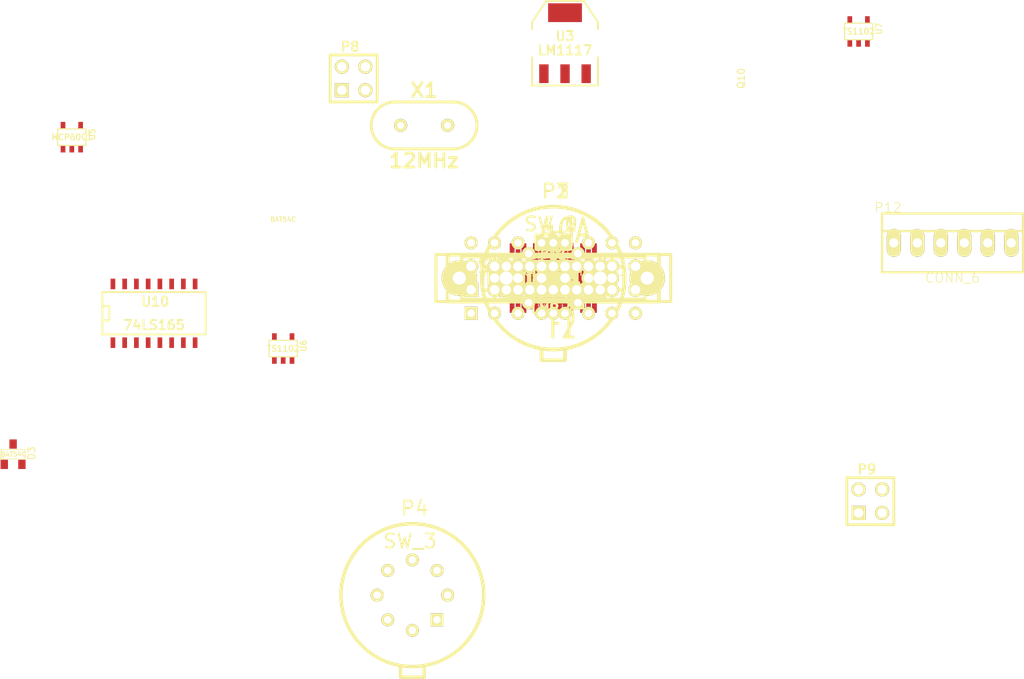
<source format=kicad_pcb>
(kicad_pcb (version 3) (host pcbnew "(2013-02-27 BZR 3976)-stable")
  (layers (15 F.Cu signal) (0 B.Cu signal) (18 B.Paste user) (19 F.Paste user) (20 B.SilkS user) (21 F.SilkS user) (22 B.Mask user) (23 F.Mask user) (28 Edge.Cuts user))
  (net 0 "")
  (net 1 +12V)
  (net 2 +3.3V)
  (net 3 +5V)
  (net 4 /3V3CurrentSense/SENSE_OUT)
  (net 5 /Controller/12V_SENSE_VOLTAGE)
  (net 6 /Controller/CANH)
  (net 7 /Controller/CANL)
  (net 8 /Controller/DIP_CLOCK)
  (net 9 /Controller/DIP_LOAD)
  (net 10 /Controller/DIP_OUT)
  (net 11 /Controller/FTDI_RXD)
  (net 12 /Controller/FTDI_TXD)
  (net 13 /Controller/HB_LED)
  (net 14 /Controller/I2C_C)
  (net 15 /Controller/I2C_D)
  (net 16 /Controller/JTAG_RESET)
  (net 17 /Controller/JTAG_TCLK_SWCLK)
  (net 18 /Controller/JTAG_TDO_SWO)
  (net 19 /Controller/JTAG_TMS_SWDIO)
  (net 20 /Controller/LMP_CLK)
  (net 21 /Controller/LMP_CURRENT)
  (net 22 /Controller/LMP_DAT)
  (net 23 /Controller/LMP_OUT_LATCH)
  (net 24 /Controller/LMP_ROW_0)
  (net 25 /Controller/LMP_ROW_1)
  (net 26 /Controller/LMP_ROW_2)
  (net 27 /Controller/LMP_ROW_3)
  (net 28 /Controller/SOL_PWR_SENSE_VOLTAGE)
  (net 29 /CurrentSense/PWR_OUT)
  (net 30 /CurrentSense/SNS_OUT)
  (net 31 /LampMatrix/COL0)
  (net 32 /LampMatrix/COL1)
  (net 33 /LampMatrix/COL2)
  (net 34 /LampMatrix/COL3)
  (net 35 /LampMatrix/LMP_0M)
  (net 36 /LampMatrix/LMP_0P)
  (net 37 /LampMatrix/LMP_1M)
  (net 38 /LampMatrix/LMP_1P)
  (net 39 /LampMatrix/LMP_2M)
  (net 40 /LampMatrix/LMP_2P)
  (net 41 /LampMatrix/LMP_3M)
  (net 42 /LampMatrix/LMP_3P)
  (net 43 /LampMatrix/LMP_PWR)
  (net 44 /PowerSupply/12V)
  (net 45 /PowerSupply/50V)
  (net 46 /PowerSupply/Power_EN)
  (net 47 /SolenoidDriver/SOLENOID0)
  (net 48 /SolenoidDriver/SOLENOID1)
  (net 49 /SolenoidDriver/SOLENOID4)
  (net 50 /SolenoidDriver/SOLENOID5)
  (net 51 /SwitchMatrix/12V_IN)
  (net 52 /SwitchMatrix/COL0)
  (net 53 /SwitchMatrix/COL0_POWERED)
  (net 54 /SwitchMatrix/COL1)
  (net 55 /SwitchMatrix/COL1_POWERED)
  (net 56 /SwitchMatrix/COL2_POWERED)
  (net 57 /SwitchMatrix/COL3_POWERED)
  (net 58 /SwitchMatrix/ROW0)
  (net 59 /SwitchMatrix/ROW0_MATRIX)
  (net 60 /SwitchMatrix/ROW1)
  (net 61 /SwitchMatrix/ROW1_MATRIX)
  (net 62 /SwitchMatrix/ROW2)
  (net 63 /SwitchMatrix/ROW2_MATRIX)
  (net 64 /SwitchMatrix/ROW3)
  (net 65 /SwitchMatrix/ROW3_MATRIX)
  (net 66 GND)
  (net 67 N-00000100)
  (net 68 N-00000101)
  (net 69 N-00000102)
  (net 70 N-00000103)
  (net 71 N-00000104)
  (net 72 N-00000105)
  (net 73 N-00000106)
  (net 74 N-00000107)
  (net 75 N-00000108)
  (net 76 N-00000109)
  (net 77 N-00000110)
  (net 78 N-00000111)
  (net 79 N-00000112)
  (net 80 N-00000113)
  (net 81 N-00000114)
  (net 82 N-00000115)
  (net 83 N-00000116)
  (net 84 N-00000117)
  (net 85 N-00000118)
  (net 86 N-00000119)
  (net 87 N-00000120)
  (net 88 N-00000121)
  (net 89 N-00000122)
  (net 90 N-00000123)
  (net 91 N-00000124)
  (net 92 N-00000125)
  (net 93 N-00000126)
  (net 94 N-00000127)
  (net 95 N-00000128)
  (net 96 N-00000129)
  (net 97 N-00000131)
  (net 98 N-00000132)
  (net 99 N-00000133)
  (net 100 N-00000134)
  (net 101 N-00000135)
  (net 102 N-00000136)
  (net 103 N-00000137)
  (net 104 N-00000138)
  (net 105 N-00000141)
  (net 106 N-00000143)
  (net 107 N-00000144)
  (net 108 N-00000145)
  (net 109 N-00000146)
  (net 110 N-00000147)
  (net 111 N-00000148)
  (net 112 N-00000149)
  (net 113 N-00000150)
  (net 114 N-00000151)
  (net 115 N-00000152)
  (net 116 N-00000153)
  (net 117 N-00000154)
  (net 118 N-00000155)
  (net 119 N-00000156)
  (net 120 N-00000158)
  (net 121 N-00000159)
  (net 122 N-00000160)
  (net 123 N-00000167)
  (net 124 N-00000168)
  (net 125 N-00000175)
  (net 126 N-00000187)
  (net 127 N-00000188)
  (net 128 N-00000189)
  (net 129 N-00000193)
  (net 130 N-0000039)
  (net 131 N-0000040)
  (net 132 N-0000041)
  (net 133 N-0000042)
  (net 134 N-0000046)
  (net 135 N-0000048)
  (net 136 N-0000050)
  (net 137 N-0000051)
  (net 138 N-0000052)
  (net 139 N-0000053)
  (net 140 N-0000054)
  (net 141 N-0000055)
  (net 142 N-0000058)
  (net 143 N-0000060)
  (net 144 N-0000061)
  (net 145 N-0000062)
  (net 146 N-0000063)
  (net 147 N-0000065)
  (net 148 N-0000066)
  (net 149 N-0000067)
  (net 150 N-0000068)
  (net 151 N-0000069)
  (net 152 N-0000070)
  (net 153 N-0000071)
  (net 154 N-0000072)
  (net 155 N-0000073)
  (net 156 N-0000074)
  (net 157 N-0000075)
  (net 158 N-0000076)
  (net 159 N-0000077)
  (net 160 N-0000086)
  (net 161 N-0000087)
  (net 162 N-0000088)
  (net 163 N-0000089)
  (net 164 N-0000090)
  (net 165 N-0000091)
  (net 166 N-0000092)
  (net 167 N-0000093)
  (net 168 N-0000094)
  (net 169 N-0000095)
  (net 170 N-0000096)
  (net 171 N-0000097)
  (net 172 N-0000098)
  (net 173 N-0000099)
  (net 174 SOL_PWR_F)
  (module SOT23-5 (layer F.Cu) (at 59.69 33.02)
    (fp_text reference U5 (at 2.19964 -0.29972 90) (layer F.SilkS) (effects (font (size 0.635 0.635) (thickness 0.127))))
    (fp_text value MCP6001 (at 0 0) (layer F.SilkS) (effects (font (size 0.635 0.635) (thickness 0.127))))
    (pad 1 smd rect (at -0.9525 1.27) (size 0.508 0.762) (layers F.Cu F.Paste F.Mask) (net 30 /CurrentSense/SNS_OUT))
    (pad 3 smd rect (at 0.9525 1.27) (size 0.508 0.762) (layers F.Cu F.Paste F.Mask) (net 129 N-00000193))
    (pad 5 smd rect (at -0.9525 -1.27) (size 0.508 0.762) (layers F.Cu F.Paste F.Mask) (net 3 +5V))
    (pad 2 smd rect (at 0 1.27) (size 0.508 0.762) (layers F.Cu F.Paste F.Mask) (net 66 GND))
    (pad 4 smd rect (at 0.9525 -1.27) (size 0.508 0.762) (layers F.Cu F.Paste F.Mask) (net 128 N-00000189))
  )
  (module SOT23-5 (layer F.Cu) (at 144.78 21.59)
    (fp_text reference U7 (at 2.19964 -0.29972 90) (layer F.SilkS) (effects (font (size 0.635 0.635) (thickness 0.127))))
    (fp_text value TS1102 (at 0 0) (layer F.SilkS) (effects (font (size 0.635 0.635) (thickness 0.127))))
    (pad 1 smd rect (at -0.9525 1.27) (size 0.508 0.762) (layers F.Cu F.Paste F.Mask) (net 66 GND))
    (pad 3 smd rect (at 0.9525 1.27) (size 0.508 0.762) (layers F.Cu F.Paste F.Mask) (net 21 /Controller/LMP_CURRENT))
    (pad 5 smd rect (at -0.9525 -1.27) (size 0.508 0.762) (layers F.Cu F.Paste F.Mask) (net 1 +12V))
    (pad 2 smd rect (at 0 1.27) (size 0.508 0.762) (layers F.Cu F.Paste F.Mask) (net 66 GND))
    (pad 4 smd rect (at 0.9525 -1.27) (size 0.508 0.762) (layers F.Cu F.Paste F.Mask) (net 43 /LampMatrix/LMP_PWR))
  )
  (module SOT23-5 (layer F.Cu) (at 82.55 55.88)
    (fp_text reference U6 (at 2.19964 -0.29972 90) (layer F.SilkS) (effects (font (size 0.635 0.635) (thickness 0.127))))
    (fp_text value TS1102 (at 0 0) (layer F.SilkS) (effects (font (size 0.635 0.635) (thickness 0.127))))
    (pad 1 smd rect (at -0.9525 1.27) (size 0.508 0.762) (layers F.Cu F.Paste F.Mask) (net 66 GND))
    (pad 3 smd rect (at 0.9525 1.27) (size 0.508 0.762) (layers F.Cu F.Paste F.Mask) (net 4 /3V3CurrentSense/SENSE_OUT))
    (pad 5 smd rect (at -0.9525 -1.27) (size 0.508 0.762) (layers F.Cu F.Paste F.Mask) (net 1 +12V))
    (pad 2 smd rect (at 0 1.27) (size 0.508 0.762) (layers F.Cu F.Paste F.Mask) (net 66 GND))
    (pad 4 smd rect (at 0.9525 -1.27) (size 0.508 0.762) (layers F.Cu F.Paste F.Mask) (net 51 /SwitchMatrix/12V_IN))
  )
  (module SOT23 (layer F.Cu) (at 111.76 48.26)
    (fp_text reference Q8 (at 1.99898 -0.09906 90) (layer F.SilkS) (effects (font (size 0.762 0.762) (thickness 0.11938))))
    (fp_text value NPN (at 0.0635 0) (layer F.SilkS) (effects (font (size 0.50038 0.50038) (thickness 0.09906))))
    (pad 3 smd rect (at 0 -1.09982) (size 0.8001 1.00076) (layers F.Cu F.Paste F.Mask) (net 169 N-0000095))
    (pad 2 smd rect (at 0.9525 1.09982) (size 0.8001 1.00076) (layers F.Cu F.Paste F.Mask) (net 163 N-0000089))
    (pad 1 smd rect (at -0.9525 1.09982) (size 0.8001 1.00076) (layers F.Cu F.Paste F.Mask) (net 66 GND))
  )
  (module SOT23 (layer F.Cu) (at 111.76 48.26)
    (fp_text reference D5 (at 1.99898 -0.09906 90) (layer F.SilkS) (effects (font (size 0.762 0.762) (thickness 0.11938))))
    (fp_text value BAT54C (at -29.21 -6.35) (layer F.SilkS) (effects (font (size 0.50038 0.50038) (thickness 0.09906))))
    (pad 3 smd rect (at 0 -1.09982) (size 0.8001 1.00076) (layers F.Cu F.Paste F.Mask) (net 61 /SwitchMatrix/ROW1_MATRIX))
    (pad 2 smd rect (at 0.9525 1.09982) (size 0.8001 1.00076) (layers F.Cu F.Paste F.Mask) (net 133 N-0000042))
    (pad 1 smd rect (at -0.9525 1.09982) (size 0.8001 1.00076) (layers F.Cu F.Paste F.Mask) (net 132 N-0000041))
  )
  (module SOT23 (layer F.Cu) (at 111.76 48.26)
    (fp_text reference D6 (at 1.99898 -0.09906 90) (layer F.SilkS) (effects (font (size 0.762 0.762) (thickness 0.11938))))
    (fp_text value BAT54C (at 0.0635 0) (layer F.SilkS) (effects (font (size 0.50038 0.50038) (thickness 0.09906))))
    (pad 3 smd rect (at 0 -1.09982) (size 0.8001 1.00076) (layers F.Cu F.Paste F.Mask) (net 61 /SwitchMatrix/ROW1_MATRIX))
    (pad 2 smd rect (at 0.9525 1.09982) (size 0.8001 1.00076) (layers F.Cu F.Paste F.Mask) (net 130 N-0000039))
    (pad 1 smd rect (at -0.9525 1.09982) (size 0.8001 1.00076) (layers F.Cu F.Paste F.Mask) (net 131 N-0000040))
  )
  (module SOT23 (layer F.Cu) (at 111.76 48.26)
    (fp_text reference Q21 (at 1.99898 -0.09906 90) (layer F.SilkS) (effects (font (size 0.762 0.762) (thickness 0.11938))))
    (fp_text value NPN (at 0.0635 0) (layer F.SilkS) (effects (font (size 0.50038 0.50038) (thickness 0.09906))))
    (pad 3 smd rect (at 0 -1.09982) (size 0.8001 1.00076) (layers F.Cu F.Paste F.Mask) (net 88 N-00000121))
    (pad 2 smd rect (at 0.9525 1.09982) (size 0.8001 1.00076) (layers F.Cu F.Paste F.Mask) (net 173 N-0000099))
    (pad 1 smd rect (at -0.9525 1.09982) (size 0.8001 1.00076) (layers F.Cu F.Paste F.Mask) (net 66 GND))
  )
  (module SOT23 (layer F.Cu) (at 53.34 67.31)
    (fp_text reference D3 (at 1.99898 -0.09906 90) (layer F.SilkS) (effects (font (size 0.762 0.762) (thickness 0.11938))))
    (fp_text value BAT54C (at 0.0635 0) (layer F.SilkS) (effects (font (size 0.50038 0.50038) (thickness 0.09906))))
    (pad 3 smd rect (at 0 -1.09982) (size 0.8001 1.00076) (layers F.Cu F.Paste F.Mask) (net 63 /SwitchMatrix/ROW2_MATRIX))
    (pad 2 smd rect (at 0.9525 1.09982) (size 0.8001 1.00076) (layers F.Cu F.Paste F.Mask) (net 142 N-0000058))
    (pad 1 smd rect (at -0.9525 1.09982) (size 0.8001 1.00076) (layers F.Cu F.Paste F.Mask) (net 143 N-0000060))
  )
  (module SOT23 (layer F.Cu) (at 111.76 48.26)
    (fp_text reference D4 (at 1.99898 -0.09906 90) (layer F.SilkS) (effects (font (size 0.762 0.762) (thickness 0.11938))))
    (fp_text value BAT54C (at 0.0635 0) (layer F.SilkS) (effects (font (size 0.50038 0.50038) (thickness 0.09906))))
    (pad 3 smd rect (at 0 -1.09982) (size 0.8001 1.00076) (layers F.Cu F.Paste F.Mask) (net 63 /SwitchMatrix/ROW2_MATRIX))
    (pad 2 smd rect (at 0.9525 1.09982) (size 0.8001 1.00076) (layers F.Cu F.Paste F.Mask) (net 145 N-0000062))
    (pad 1 smd rect (at -0.9525 1.09982) (size 0.8001 1.00076) (layers F.Cu F.Paste F.Mask) (net 144 N-0000061))
  )
  (module SOT23 (layer F.Cu) (at 111.76 48.26)
    (fp_text reference Q19 (at 1.99898 -0.09906 90) (layer F.SilkS) (effects (font (size 0.762 0.762) (thickness 0.11938))))
    (fp_text value NPN (at 0.0635 0) (layer F.SilkS) (effects (font (size 0.50038 0.50038) (thickness 0.09906))))
    (pad 3 smd rect (at 0 -1.09982) (size 0.8001 1.00076) (layers F.Cu F.Paste F.Mask) (net 87 N-00000120))
    (pad 2 smd rect (at 0.9525 1.09982) (size 0.8001 1.00076) (layers F.Cu F.Paste F.Mask) (net 67 N-00000100))
    (pad 1 smd rect (at -0.9525 1.09982) (size 0.8001 1.00076) (layers F.Cu F.Paste F.Mask) (net 66 GND))
  )
  (module SOT23 (layer F.Cu) (at 111.76 48.26)
    (fp_text reference D7 (at 1.99898 -0.09906 90) (layer F.SilkS) (effects (font (size 0.762 0.762) (thickness 0.11938))))
    (fp_text value BAT54C (at 0.0635 0) (layer F.SilkS) (effects (font (size 0.50038 0.50038) (thickness 0.09906))))
    (pad 3 smd rect (at 0 -1.09982) (size 0.8001 1.00076) (layers F.Cu F.Paste F.Mask) (net 65 /SwitchMatrix/ROW3_MATRIX))
    (pad 2 smd rect (at 0.9525 1.09982) (size 0.8001 1.00076) (layers F.Cu F.Paste F.Mask) (net 141 N-0000055))
    (pad 1 smd rect (at -0.9525 1.09982) (size 0.8001 1.00076) (layers F.Cu F.Paste F.Mask) (net 140 N-0000054))
  )
  (module SOT23 (layer F.Cu) (at 111.76 48.26)
    (fp_text reference D8 (at 1.99898 -0.09906 90) (layer F.SilkS) (effects (font (size 0.762 0.762) (thickness 0.11938))))
    (fp_text value BAT54C (at 0.0635 0) (layer F.SilkS) (effects (font (size 0.50038 0.50038) (thickness 0.09906))))
    (pad 3 smd rect (at 0 -1.09982) (size 0.8001 1.00076) (layers F.Cu F.Paste F.Mask) (net 65 /SwitchMatrix/ROW3_MATRIX))
    (pad 2 smd rect (at 0.9525 1.09982) (size 0.8001 1.00076) (layers F.Cu F.Paste F.Mask) (net 139 N-0000053))
    (pad 1 smd rect (at -0.9525 1.09982) (size 0.8001 1.00076) (layers F.Cu F.Paste F.Mask) (net 138 N-0000052))
  )
  (module SOT23 (layer F.Cu) (at 111.76 48.26)
    (fp_text reference Q6 (at 1.99898 -0.09906 90) (layer F.SilkS) (effects (font (size 0.762 0.762) (thickness 0.11938))))
    (fp_text value NPN (at 0.0635 0) (layer F.SilkS) (effects (font (size 0.50038 0.50038) (thickness 0.09906))))
    (pad 3 smd rect (at 0 -1.09982) (size 0.8001 1.00076) (layers F.Cu F.Paste F.Mask) (net 166 N-0000092))
    (pad 2 smd rect (at 0.9525 1.09982) (size 0.8001 1.00076) (layers F.Cu F.Paste F.Mask) (net 160 N-0000086))
    (pad 1 smd rect (at -0.9525 1.09982) (size 0.8001 1.00076) (layers F.Cu F.Paste F.Mask) (net 66 GND))
  )
  (module SOT23 (layer F.Cu) (at 111.76 48.26)
    (fp_text reference Q20 (at 1.99898 -0.09906 90) (layer F.SilkS) (effects (font (size 0.762 0.762) (thickness 0.11938))))
    (fp_text value NPN (at 0.0635 0) (layer F.SilkS) (effects (font (size 0.50038 0.50038) (thickness 0.09906))))
    (pad 3 smd rect (at 0 -1.09982) (size 0.8001 1.00076) (layers F.Cu F.Paste F.Mask) (net 68 N-00000101))
    (pad 2 smd rect (at 0.9525 1.09982) (size 0.8001 1.00076) (layers F.Cu F.Paste F.Mask) (net 92 N-00000125))
    (pad 1 smd rect (at -0.9525 1.09982) (size 0.8001 1.00076) (layers F.Cu F.Paste F.Mask) (net 66 GND))
  )
  (module SOT23 (layer F.Cu) (at 111.76 48.26)
    (fp_text reference D2 (at 1.99898 -0.09906 90) (layer F.SilkS) (effects (font (size 0.762 0.762) (thickness 0.11938))))
    (fp_text value BAT54C (at 0.0635 0) (layer F.SilkS) (effects (font (size 0.50038 0.50038) (thickness 0.09906))))
    (pad 3 smd rect (at 0 -1.09982) (size 0.8001 1.00076) (layers F.Cu F.Paste F.Mask) (net 59 /SwitchMatrix/ROW0_MATRIX))
    (pad 2 smd rect (at 0.9525 1.09982) (size 0.8001 1.00076) (layers F.Cu F.Paste F.Mask) (net 135 N-0000048))
    (pad 1 smd rect (at -0.9525 1.09982) (size 0.8001 1.00076) (layers F.Cu F.Paste F.Mask) (net 137 N-0000051))
  )
  (module SOT23 (layer F.Cu) (at 111.76 48.26)
    (fp_text reference Q10 (at 20.32 -21.59 90) (layer F.SilkS) (effects (font (size 0.762 0.762) (thickness 0.11938))))
    (fp_text value NPN (at 0.0635 0) (layer F.SilkS) (effects (font (size 0.50038 0.50038) (thickness 0.09906))))
    (pad 3 smd rect (at 0 -1.09982) (size 0.8001 1.00076) (layers F.Cu F.Paste F.Mask) (net 168 N-0000094))
    (pad 2 smd rect (at 0.9525 1.09982) (size 0.8001 1.00076) (layers F.Cu F.Paste F.Mask) (net 162 N-0000088))
    (pad 1 smd rect (at -0.9525 1.09982) (size 0.8001 1.00076) (layers F.Cu F.Paste F.Mask) (net 66 GND))
  )
  (module SOT23 (layer F.Cu) (at 111.76 48.26)
    (fp_text reference Q12 (at 1.99898 -0.09906 90) (layer F.SilkS) (effects (font (size 0.762 0.762) (thickness 0.11938))))
    (fp_text value NPN (at 0.0635 0) (layer F.SilkS) (effects (font (size 0.50038 0.50038) (thickness 0.09906))))
    (pad 3 smd rect (at 0 -1.09982) (size 0.8001 1.00076) (layers F.Cu F.Paste F.Mask) (net 167 N-0000093))
    (pad 2 smd rect (at 0.9525 1.09982) (size 0.8001 1.00076) (layers F.Cu F.Paste F.Mask) (net 161 N-0000087))
    (pad 1 smd rect (at -0.9525 1.09982) (size 0.8001 1.00076) (layers F.Cu F.Paste F.Mask) (net 66 GND))
  )
  (module SOT23 (layer F.Cu) (at 111.76 48.26)
    (fp_text reference Q9 (at 1.99898 -0.09906 90) (layer F.SilkS) (effects (font (size 0.762 0.762) (thickness 0.11938))))
    (fp_text value NPN (at 0.0635 0) (layer F.SilkS) (effects (font (size 0.50038 0.50038) (thickness 0.09906))))
    (pad 3 smd rect (at 0 -1.09982) (size 0.8001 1.00076) (layers F.Cu F.Paste F.Mask) (net 158 N-0000076))
    (pad 2 smd rect (at 0.9525 1.09982) (size 0.8001 1.00076) (layers F.Cu F.Paste F.Mask) (net 164 N-0000090))
    (pad 1 smd rect (at -0.9525 1.09982) (size 0.8001 1.00076) (layers F.Cu F.Paste F.Mask) (net 66 GND))
  )
  (module SOT23 (layer F.Cu) (at 111.76 48.26)
    (fp_text reference Q7 (at 1.99898 -0.09906 90) (layer F.SilkS) (effects (font (size 0.762 0.762) (thickness 0.11938))))
    (fp_text value NPN (at 0.0635 0) (layer F.SilkS) (effects (font (size 0.50038 0.50038) (thickness 0.09906))))
    (pad 3 smd rect (at 0 -1.09982) (size 0.8001 1.00076) (layers F.Cu F.Paste F.Mask) (net 159 N-0000077))
    (pad 2 smd rect (at 0.9525 1.09982) (size 0.8001 1.00076) (layers F.Cu F.Paste F.Mask) (net 165 N-0000091))
    (pad 1 smd rect (at -0.9525 1.09982) (size 0.8001 1.00076) (layers F.Cu F.Paste F.Mask) (net 66 GND))
  )
  (module SOT23 (layer F.Cu) (at 111.76 48.26)
    (fp_text reference Q17 (at 1.99898 -0.09906 90) (layer F.SilkS) (effects (font (size 0.762 0.762) (thickness 0.11938))))
    (fp_text value NPN (at 0.0635 0) (layer F.SilkS) (effects (font (size 0.50038 0.50038) (thickness 0.09906))))
    (pad 3 smd rect (at 0 -1.09982) (size 0.8001 1.00076) (layers F.Cu F.Paste F.Mask) (net 89 N-00000122))
    (pad 2 smd rect (at 0.9525 1.09982) (size 0.8001 1.00076) (layers F.Cu F.Paste F.Mask) (net 172 N-0000098))
    (pad 1 smd rect (at -0.9525 1.09982) (size 0.8001 1.00076) (layers F.Cu F.Paste F.Mask) (net 66 GND))
  )
  (module SOT23 (layer F.Cu) (at 111.76 48.26)
    (fp_text reference Q18 (at 1.99898 -0.09906 90) (layer F.SilkS) (effects (font (size 0.762 0.762) (thickness 0.11938))))
    (fp_text value NPN (at 0.0635 0) (layer F.SilkS) (effects (font (size 0.50038 0.50038) (thickness 0.09906))))
    (pad 3 smd rect (at 0 -1.09982) (size 0.8001 1.00076) (layers F.Cu F.Paste F.Mask) (net 69 N-00000102))
    (pad 2 smd rect (at 0.9525 1.09982) (size 0.8001 1.00076) (layers F.Cu F.Paste F.Mask) (net 91 N-00000124))
    (pad 1 smd rect (at -0.9525 1.09982) (size 0.8001 1.00076) (layers F.Cu F.Paste F.Mask) (net 66 GND))
  )
  (module SOT23 (layer F.Cu) (at 111.76 48.26)
    (fp_text reference Q5 (at 1.99898 -0.09906 90) (layer F.SilkS) (effects (font (size 0.762 0.762) (thickness 0.11938))))
    (fp_text value NPN (at 0.0635 0) (layer F.SilkS) (effects (font (size 0.50038 0.50038) (thickness 0.09906))))
    (pad 3 smd rect (at 0 -1.09982) (size 0.8001 1.00076) (layers F.Cu F.Paste F.Mask) (net 157 N-0000075))
    (pad 2 smd rect (at 0.9525 1.09982) (size 0.8001 1.00076) (layers F.Cu F.Paste F.Mask) (net 154 N-0000072))
    (pad 1 smd rect (at -0.9525 1.09982) (size 0.8001 1.00076) (layers F.Cu F.Paste F.Mask) (net 66 GND))
  )
  (module SOT23 (layer F.Cu) (at 111.76 48.26)
    (fp_text reference D12 (at 1.99898 -0.09906 90) (layer F.SilkS) (effects (font (size 0.762 0.762) (thickness 0.11938))))
    (fp_text value ZENERSMALL (at 0.0635 0) (layer F.SilkS) (effects (font (size 0.50038 0.50038) (thickness 0.09906))))
    (pad 3 smd rect (at 0 -1.09982) (size 0.8001 1.00076) (layers F.Cu F.Paste F.Mask) (net 150 N-0000068))
    (pad 2 smd rect (at 0.9525 1.09982) (size 0.8001 1.00076) (layers F.Cu F.Paste F.Mask))
    (pad 1 smd rect (at -0.9525 1.09982) (size 0.8001 1.00076) (layers F.Cu F.Paste F.Mask) (net 66 GND))
  )
  (module SOT23 (layer F.Cu) (at 111.76 48.26)
    (fp_text reference Q1 (at 1.99898 -0.09906 90) (layer F.SilkS) (effects (font (size 0.762 0.762) (thickness 0.11938))))
    (fp_text value NPN (at 0.0635 0) (layer F.SilkS) (effects (font (size 0.50038 0.50038) (thickness 0.09906))))
    (pad 3 smd rect (at 0 -1.09982) (size 0.8001 1.00076) (layers F.Cu F.Paste F.Mask) (net 53 /SwitchMatrix/COL0_POWERED))
    (pad 2 smd rect (at 0.9525 1.09982) (size 0.8001 1.00076) (layers F.Cu F.Paste F.Mask) (net 149 N-0000067))
    (pad 1 smd rect (at -0.9525 1.09982) (size 0.8001 1.00076) (layers F.Cu F.Paste F.Mask) (net 66 GND))
  )
  (module SOT23 (layer F.Cu) (at 111.76 48.26)
    (fp_text reference Q2 (at 1.99898 -0.09906 90) (layer F.SilkS) (effects (font (size 0.762 0.762) (thickness 0.11938))))
    (fp_text value NPN (at 0.0635 0) (layer F.SilkS) (effects (font (size 0.50038 0.50038) (thickness 0.09906))))
    (pad 3 smd rect (at 0 -1.09982) (size 0.8001 1.00076) (layers F.Cu F.Paste F.Mask) (net 55 /SwitchMatrix/COL1_POWERED))
    (pad 2 smd rect (at 0.9525 1.09982) (size 0.8001 1.00076) (layers F.Cu F.Paste F.Mask) (net 147 N-0000065))
    (pad 1 smd rect (at -0.9525 1.09982) (size 0.8001 1.00076) (layers F.Cu F.Paste F.Mask) (net 66 GND))
  )
  (module SOT23 (layer F.Cu) (at 111.76 48.26)
    (fp_text reference Q3 (at 1.99898 -0.09906 90) (layer F.SilkS) (effects (font (size 0.762 0.762) (thickness 0.11938))))
    (fp_text value NPN (at 0.0635 0) (layer F.SilkS) (effects (font (size 0.50038 0.50038) (thickness 0.09906))))
    (pad 3 smd rect (at 0 -1.09982) (size 0.8001 1.00076) (layers F.Cu F.Paste F.Mask) (net 56 /SwitchMatrix/COL2_POWERED))
    (pad 2 smd rect (at 0.9525 1.09982) (size 0.8001 1.00076) (layers F.Cu F.Paste F.Mask) (net 153 N-0000071))
    (pad 1 smd rect (at -0.9525 1.09982) (size 0.8001 1.00076) (layers F.Cu F.Paste F.Mask) (net 66 GND))
  )
  (module SOT23 (layer F.Cu) (at 111.76 48.26)
    (fp_text reference Q4 (at 1.99898 -0.09906 90) (layer F.SilkS) (effects (font (size 0.762 0.762) (thickness 0.11938))))
    (fp_text value NPN (at 0.0635 0) (layer F.SilkS) (effects (font (size 0.50038 0.50038) (thickness 0.09906))))
    (pad 3 smd rect (at 0 -1.09982) (size 0.8001 1.00076) (layers F.Cu F.Paste F.Mask) (net 57 /SwitchMatrix/COL3_POWERED))
    (pad 2 smd rect (at 0.9525 1.09982) (size 0.8001 1.00076) (layers F.Cu F.Paste F.Mask) (net 148 N-0000066))
    (pad 1 smd rect (at -0.9525 1.09982) (size 0.8001 1.00076) (layers F.Cu F.Paste F.Mask) (net 66 GND))
  )
  (module SOT23 (layer F.Cu) (at 111.76 48.26)
    (fp_text reference D9 (at 1.99898 -0.09906 90) (layer F.SilkS) (effects (font (size 0.762 0.762) (thickness 0.11938))))
    (fp_text value ZENERSMALL (at 0.0635 0) (layer F.SilkS) (effects (font (size 0.50038 0.50038) (thickness 0.09906))))
    (pad 3 smd rect (at 0 -1.09982) (size 0.8001 1.00076) (layers F.Cu F.Paste F.Mask) (net 146 N-0000063))
    (pad 2 smd rect (at 0.9525 1.09982) (size 0.8001 1.00076) (layers F.Cu F.Paste F.Mask))
    (pad 1 smd rect (at -0.9525 1.09982) (size 0.8001 1.00076) (layers F.Cu F.Paste F.Mask) (net 66 GND))
  )
  (module SOT23 (layer F.Cu) (at 111.76 48.26)
    (fp_text reference D10 (at 1.99898 -0.09906 90) (layer F.SilkS) (effects (font (size 0.762 0.762) (thickness 0.11938))))
    (fp_text value ZENERSMALL (at 0.0635 0) (layer F.SilkS) (effects (font (size 0.50038 0.50038) (thickness 0.09906))))
    (pad 3 smd rect (at 0 -1.09982) (size 0.8001 1.00076) (layers F.Cu F.Paste F.Mask) (net 152 N-0000070))
    (pad 2 smd rect (at 0.9525 1.09982) (size 0.8001 1.00076) (layers F.Cu F.Paste F.Mask))
    (pad 1 smd rect (at -0.9525 1.09982) (size 0.8001 1.00076) (layers F.Cu F.Paste F.Mask) (net 66 GND))
  )
  (module SOT23 (layer F.Cu) (at 111.76 48.26)
    (fp_text reference D11 (at 1.99898 -0.09906 90) (layer F.SilkS) (effects (font (size 0.762 0.762) (thickness 0.11938))))
    (fp_text value ZENERSMALL (at 0.0635 0) (layer F.SilkS) (effects (font (size 0.50038 0.50038) (thickness 0.09906))))
    (pad 3 smd rect (at 0 -1.09982) (size 0.8001 1.00076) (layers F.Cu F.Paste F.Mask) (net 151 N-0000069))
    (pad 2 smd rect (at 0.9525 1.09982) (size 0.8001 1.00076) (layers F.Cu F.Paste F.Mask))
    (pad 1 smd rect (at -0.9525 1.09982) (size 0.8001 1.00076) (layers F.Cu F.Paste F.Mask) (net 66 GND))
  )
  (module SOT23 (layer F.Cu) (at 111.76 48.26)
    (fp_text reference Q23 (at 1.99898 -0.09906 90) (layer F.SilkS) (effects (font (size 0.762 0.762) (thickness 0.11938))))
    (fp_text value NPN (at 0.0635 0) (layer F.SilkS) (effects (font (size 0.50038 0.50038) (thickness 0.09906))))
    (pad 3 smd rect (at 0 -1.09982) (size 0.8001 1.00076) (layers F.Cu F.Paste F.Mask) (net 90 N-00000123))
    (pad 2 smd rect (at 0.9525 1.09982) (size 0.8001 1.00076) (layers F.Cu F.Paste F.Mask) (net 171 N-0000097))
    (pad 1 smd rect (at -0.9525 1.09982) (size 0.8001 1.00076) (layers F.Cu F.Paste F.Mask) (net 66 GND))
  )
  (module SOT23 (layer F.Cu) (at 111.76 48.26)
    (fp_text reference Q24 (at 1.99898 -0.09906 90) (layer F.SilkS) (effects (font (size 0.762 0.762) (thickness 0.11938))))
    (fp_text value NPN (at 0.0635 0) (layer F.SilkS) (effects (font (size 0.50038 0.50038) (thickness 0.09906))))
    (pad 3 smd rect (at 0 -1.09982) (size 0.8001 1.00076) (layers F.Cu F.Paste F.Mask) (net 70 N-00000103))
    (pad 2 smd rect (at 0.9525 1.09982) (size 0.8001 1.00076) (layers F.Cu F.Paste F.Mask) (net 93 N-00000126))
    (pad 1 smd rect (at -0.9525 1.09982) (size 0.8001 1.00076) (layers F.Cu F.Paste F.Mask) (net 66 GND))
  )
  (module SOT23 (layer F.Cu) (at 111.76 48.26)
    (fp_text reference D30 (at 1.99898 -0.09906 90) (layer F.SilkS) (effects (font (size 0.762 0.762) (thickness 0.11938))))
    (fp_text value ZENER (at 0.0635 0) (layer F.SilkS) (effects (font (size 0.50038 0.50038) (thickness 0.09906))))
    (pad 3 smd rect (at 0 -1.09982) (size 0.8001 1.00076) (layers F.Cu F.Paste F.Mask))
    (pad 2 smd rect (at 0.9525 1.09982) (size 0.8001 1.00076) (layers F.Cu F.Paste F.Mask) (net 28 /Controller/SOL_PWR_SENSE_VOLTAGE))
    (pad 1 smd rect (at -0.9525 1.09982) (size 0.8001 1.00076) (layers F.Cu F.Paste F.Mask) (net 66 GND))
  )
  (module SOT23 (layer F.Cu) (at 111.76 48.26)
    (fp_text reference Q22 (at 1.99898 -0.09906 90) (layer F.SilkS) (effects (font (size 0.762 0.762) (thickness 0.11938))))
    (fp_text value NPN (at 0.0635 0) (layer F.SilkS) (effects (font (size 0.50038 0.50038) (thickness 0.09906))))
    (pad 3 smd rect (at 0 -1.09982) (size 0.8001 1.00076) (layers F.Cu F.Paste F.Mask) (net 71 N-00000104))
    (pad 2 smd rect (at 0.9525 1.09982) (size 0.8001 1.00076) (layers F.Cu F.Paste F.Mask) (net 94 N-00000127))
    (pad 1 smd rect (at -0.9525 1.09982) (size 0.8001 1.00076) (layers F.Cu F.Paste F.Mask) (net 66 GND))
  )
  (module SOT23 (layer F.Cu) (at 111.76 48.26)
    (fp_text reference Q11 (at 1.99898 -0.09906 90) (layer F.SilkS) (effects (font (size 0.762 0.762) (thickness 0.11938))))
    (fp_text value NPN (at 0.0635 0) (layer F.SilkS) (effects (font (size 0.50038 0.50038) (thickness 0.09906))))
    (pad 3 smd rect (at 0 -1.09982) (size 0.8001 1.00076) (layers F.Cu F.Paste F.Mask) (net 156 N-0000074))
    (pad 2 smd rect (at 0.9525 1.09982) (size 0.8001 1.00076) (layers F.Cu F.Paste F.Mask) (net 155 N-0000073))
    (pad 1 smd rect (at -0.9525 1.09982) (size 0.8001 1.00076) (layers F.Cu F.Paste F.Mask) (net 66 GND))
  )
  (module SOT23 (layer F.Cu) (at 111.76 48.26)
    (fp_text reference D1 (at 1.99898 -0.09906 90) (layer F.SilkS) (effects (font (size 0.762 0.762) (thickness 0.11938))))
    (fp_text value BAT54C (at 0.0635 0) (layer F.SilkS) (effects (font (size 0.50038 0.50038) (thickness 0.09906))))
    (pad 3 smd rect (at 0 -1.09982) (size 0.8001 1.00076) (layers F.Cu F.Paste F.Mask) (net 59 /SwitchMatrix/ROW0_MATRIX))
    (pad 2 smd rect (at 0.9525 1.09982) (size 0.8001 1.00076) (layers F.Cu F.Paste F.Mask) (net 134 N-0000046))
    (pad 1 smd rect (at -0.9525 1.09982) (size 0.8001 1.00076) (layers F.Cu F.Paste F.Mask) (net 136 N-0000050))
  )
  (module SOT23 (layer F.Cu) (at 111.76 48.26)
    (fp_text reference D31 (at 1.99898 -0.09906 90) (layer F.SilkS) (effects (font (size 0.762 0.762) (thickness 0.11938))))
    (fp_text value ZENER (at 0.0635 0) (layer F.SilkS) (effects (font (size 0.50038 0.50038) (thickness 0.09906))))
    (pad 3 smd rect (at 0 -1.09982) (size 0.8001 1.00076) (layers F.Cu F.Paste F.Mask))
    (pad 2 smd rect (at 0.9525 1.09982) (size 0.8001 1.00076) (layers F.Cu F.Paste F.Mask) (net 5 /Controller/12V_SENSE_VOLTAGE))
    (pad 1 smd rect (at -0.9525 1.09982) (size 0.8001 1.00076) (layers F.Cu F.Paste F.Mask) (net 66 GND))
  )
  (module SOT223 (layer F.Cu) (at 113.03 22.86)
    (fp_text reference U3 (at 0 -0.762) (layer F.SilkS) (effects (font (size 1.016 1.016) (thickness 0.2032))))
    (fp_text value LM1117 (at 0 0.762) (layer F.SilkS) (effects (font (size 1.016 1.016) (thickness 0.2032))))
    (pad 4 smd rect (at 0 -3.302) (size 3.6576 2.032) (layers F.Cu F.Paste F.Mask))
    (pad 2 smd rect (at 0 3.302) (size 1.016 2.032) (layers F.Cu F.Paste F.Mask) (net 2 +3.3V))
    (pad 3 smd rect (at 2.286 3.302) (size 1.016 2.032) (layers F.Cu F.Paste F.Mask) (net 3 +5V))
    (pad 1 smd rect (at -2.286 3.302) (size 1.016 2.032) (layers F.Cu F.Paste F.Mask) (net 66 GND))
  )
  (module SO8N (layer F.Cu) (at 111.76 48.26)
    (fp_text reference Q16 (at 0 -1.27) (layer F.SilkS) (effects (font (size 1.143 1.016) (thickness 0.127))))
    (fp_text value DUAL_MOSFET_N (at 0 1.27) (layer F.SilkS) (effects (font (size 1.016 1.016) (thickness 0.127))))
    (pad 8 smd rect (at -1.905 -3.175) (size 0.508 1.143) (layers F.Cu F.Paste F.Mask))
    (pad 7 smd rect (at -0.635 -3.175) (size 0.508 1.143) (layers F.Cu F.Paste F.Mask))
    (pad 6 smd rect (at 0.635 -3.175) (size 0.508 1.143) (layers F.Cu F.Paste F.Mask))
    (pad 5 smd rect (at 1.905 -3.175) (size 0.508 1.143) (layers F.Cu F.Paste F.Mask))
    (pad 4 smd rect (at 1.905 3.175) (size 0.508 1.143) (layers F.Cu F.Paste F.Mask))
    (pad 3 smd rect (at 0.635 3.175) (size 0.508 1.143) (layers F.Cu F.Paste F.Mask))
    (pad 2 smd rect (at -0.635 3.175) (size 0.508 1.143) (layers F.Cu F.Paste F.Mask))
    (pad 1 smd rect (at -1.905 3.175) (size 0.508 1.143) (layers F.Cu F.Paste F.Mask))
  )
  (module SO8N (layer F.Cu) (at 111.76 48.26)
    (fp_text reference Q27 (at 0 -1.27) (layer F.SilkS) (effects (font (size 1.143 1.016) (thickness 0.127))))
    (fp_text value DUAL_MOSFET_N (at 0 1.27) (layer F.SilkS) (effects (font (size 1.016 1.016) (thickness 0.127))))
    (pad 8 smd rect (at -1.905 -3.175) (size 0.508 1.143) (layers F.Cu F.Paste F.Mask))
    (pad 7 smd rect (at -0.635 -3.175) (size 0.508 1.143) (layers F.Cu F.Paste F.Mask))
    (pad 6 smd rect (at 0.635 -3.175) (size 0.508 1.143) (layers F.Cu F.Paste F.Mask))
    (pad 5 smd rect (at 1.905 -3.175) (size 0.508 1.143) (layers F.Cu F.Paste F.Mask))
    (pad 4 smd rect (at 1.905 3.175) (size 0.508 1.143) (layers F.Cu F.Paste F.Mask))
    (pad 3 smd rect (at 0.635 3.175) (size 0.508 1.143) (layers F.Cu F.Paste F.Mask))
    (pad 2 smd rect (at -0.635 3.175) (size 0.508 1.143) (layers F.Cu F.Paste F.Mask))
    (pad 1 smd rect (at -1.905 3.175) (size 0.508 1.143) (layers F.Cu F.Paste F.Mask))
  )
  (module SO8N (layer F.Cu) (at 111.76 48.26)
    (fp_text reference Q14 (at 0 -1.27) (layer F.SilkS) (effects (font (size 1.143 1.016) (thickness 0.127))))
    (fp_text value DUAL_MOSFET_N (at 0 1.27) (layer F.SilkS) (effects (font (size 1.016 1.016) (thickness 0.127))))
    (pad 8 smd rect (at -1.905 -3.175) (size 0.508 1.143) (layers F.Cu F.Paste F.Mask))
    (pad 7 smd rect (at -0.635 -3.175) (size 0.508 1.143) (layers F.Cu F.Paste F.Mask))
    (pad 6 smd rect (at 0.635 -3.175) (size 0.508 1.143) (layers F.Cu F.Paste F.Mask))
    (pad 5 smd rect (at 1.905 -3.175) (size 0.508 1.143) (layers F.Cu F.Paste F.Mask))
    (pad 4 smd rect (at 1.905 3.175) (size 0.508 1.143) (layers F.Cu F.Paste F.Mask))
    (pad 3 smd rect (at 0.635 3.175) (size 0.508 1.143) (layers F.Cu F.Paste F.Mask))
    (pad 2 smd rect (at -0.635 3.175) (size 0.508 1.143) (layers F.Cu F.Paste F.Mask))
    (pad 1 smd rect (at -1.905 3.175) (size 0.508 1.143) (layers F.Cu F.Paste F.Mask))
  )
  (module SO8N (layer F.Cu) (at 111.76 48.26)
    (fp_text reference Q13 (at 0 -1.27) (layer F.SilkS) (effects (font (size 1.143 1.016) (thickness 0.127))))
    (fp_text value DUAL_MOSFET_P (at 0 1.27) (layer F.SilkS) (effects (font (size 1.016 1.016) (thickness 0.127))))
    (pad 8 smd rect (at -1.905 -3.175) (size 0.508 1.143) (layers F.Cu F.Paste F.Mask))
    (pad 7 smd rect (at -0.635 -3.175) (size 0.508 1.143) (layers F.Cu F.Paste F.Mask))
    (pad 6 smd rect (at 0.635 -3.175) (size 0.508 1.143) (layers F.Cu F.Paste F.Mask))
    (pad 5 smd rect (at 1.905 -3.175) (size 0.508 1.143) (layers F.Cu F.Paste F.Mask))
    (pad 4 smd rect (at 1.905 3.175) (size 0.508 1.143) (layers F.Cu F.Paste F.Mask))
    (pad 3 smd rect (at 0.635 3.175) (size 0.508 1.143) (layers F.Cu F.Paste F.Mask))
    (pad 2 smd rect (at -0.635 3.175) (size 0.508 1.143) (layers F.Cu F.Paste F.Mask))
    (pad 1 smd rect (at -1.905 3.175) (size 0.508 1.143) (layers F.Cu F.Paste F.Mask))
  )
  (module SO8N (layer F.Cu) (at 111.76 48.26)
    (fp_text reference Q26 (at 0 -1.27) (layer F.SilkS) (effects (font (size 1.143 1.016) (thickness 0.127))))
    (fp_text value DUAL_MOSFET_N (at 0 1.27) (layer F.SilkS) (effects (font (size 1.016 1.016) (thickness 0.127))))
    (pad 8 smd rect (at -1.905 -3.175) (size 0.508 1.143) (layers F.Cu F.Paste F.Mask))
    (pad 7 smd rect (at -0.635 -3.175) (size 0.508 1.143) (layers F.Cu F.Paste F.Mask))
    (pad 6 smd rect (at 0.635 -3.175) (size 0.508 1.143) (layers F.Cu F.Paste F.Mask))
    (pad 5 smd rect (at 1.905 -3.175) (size 0.508 1.143) (layers F.Cu F.Paste F.Mask))
    (pad 4 smd rect (at 1.905 3.175) (size 0.508 1.143) (layers F.Cu F.Paste F.Mask))
    (pad 3 smd rect (at 0.635 3.175) (size 0.508 1.143) (layers F.Cu F.Paste F.Mask))
    (pad 2 smd rect (at -0.635 3.175) (size 0.508 1.143) (layers F.Cu F.Paste F.Mask))
    (pad 1 smd rect (at -1.905 3.175) (size 0.508 1.143) (layers F.Cu F.Paste F.Mask))
  )
  (module SO8N (layer F.Cu) (at 111.76 48.26)
    (fp_text reference Q25 (at 0 -1.27) (layer F.SilkS) (effects (font (size 1.143 1.016) (thickness 0.127))))
    (fp_text value DUAL_MOSFET_N (at 0 1.27) (layer F.SilkS) (effects (font (size 1.016 1.016) (thickness 0.127))))
    (pad 8 smd rect (at -1.905 -3.175) (size 0.508 1.143) (layers F.Cu F.Paste F.Mask))
    (pad 7 smd rect (at -0.635 -3.175) (size 0.508 1.143) (layers F.Cu F.Paste F.Mask))
    (pad 6 smd rect (at 0.635 -3.175) (size 0.508 1.143) (layers F.Cu F.Paste F.Mask))
    (pad 5 smd rect (at 1.905 -3.175) (size 0.508 1.143) (layers F.Cu F.Paste F.Mask))
    (pad 4 smd rect (at 1.905 3.175) (size 0.508 1.143) (layers F.Cu F.Paste F.Mask))
    (pad 3 smd rect (at 0.635 3.175) (size 0.508 1.143) (layers F.Cu F.Paste F.Mask))
    (pad 2 smd rect (at -0.635 3.175) (size 0.508 1.143) (layers F.Cu F.Paste F.Mask))
    (pad 1 smd rect (at -1.905 3.175) (size 0.508 1.143) (layers F.Cu F.Paste F.Mask))
  )
  (module SO8N (layer F.Cu) (at 111.76 48.26)
    (fp_text reference Q28 (at 0 -1.27) (layer F.SilkS) (effects (font (size 1.143 1.016) (thickness 0.127))))
    (fp_text value DUAL_MOSFET_N (at 0 1.27) (layer F.SilkS) (effects (font (size 1.016 1.016) (thickness 0.127))))
    (pad 8 smd rect (at -1.905 -3.175) (size 0.508 1.143) (layers F.Cu F.Paste F.Mask))
    (pad 7 smd rect (at -0.635 -3.175) (size 0.508 1.143) (layers F.Cu F.Paste F.Mask))
    (pad 6 smd rect (at 0.635 -3.175) (size 0.508 1.143) (layers F.Cu F.Paste F.Mask))
    (pad 5 smd rect (at 1.905 -3.175) (size 0.508 1.143) (layers F.Cu F.Paste F.Mask))
    (pad 4 smd rect (at 1.905 3.175) (size 0.508 1.143) (layers F.Cu F.Paste F.Mask))
    (pad 3 smd rect (at 0.635 3.175) (size 0.508 1.143) (layers F.Cu F.Paste F.Mask))
    (pad 2 smd rect (at -0.635 3.175) (size 0.508 1.143) (layers F.Cu F.Paste F.Mask))
    (pad 1 smd rect (at -1.905 3.175) (size 0.508 1.143) (layers F.Cu F.Paste F.Mask))
  )
  (module SO8N (layer F.Cu) (at 111.76 48.26)
    (fp_text reference Q15 (at 0 -1.27) (layer F.SilkS) (effects (font (size 1.143 1.016) (thickness 0.127))))
    (fp_text value DUAL_MOSFET_P (at 0 1.27) (layer F.SilkS) (effects (font (size 1.016 1.016) (thickness 0.127))))
    (pad 8 smd rect (at -1.905 -3.175) (size 0.508 1.143) (layers F.Cu F.Paste F.Mask))
    (pad 7 smd rect (at -0.635 -3.175) (size 0.508 1.143) (layers F.Cu F.Paste F.Mask))
    (pad 6 smd rect (at 0.635 -3.175) (size 0.508 1.143) (layers F.Cu F.Paste F.Mask))
    (pad 5 smd rect (at 1.905 -3.175) (size 0.508 1.143) (layers F.Cu F.Paste F.Mask))
    (pad 4 smd rect (at 1.905 3.175) (size 0.508 1.143) (layers F.Cu F.Paste F.Mask))
    (pad 3 smd rect (at 0.635 3.175) (size 0.508 1.143) (layers F.Cu F.Paste F.Mask))
    (pad 2 smd rect (at -0.635 3.175) (size 0.508 1.143) (layers F.Cu F.Paste F.Mask))
    (pad 1 smd rect (at -1.905 3.175) (size 0.508 1.143) (layers F.Cu F.Paste F.Mask))
  )
  (module SO8E (layer F.Cu) (at 111.76 48.26)
    (fp_text reference U2 (at 0 -0.889) (layer F.SilkS) (effects (font (size 1.143 1.143) (thickness 0.1524))))
    (fp_text value RT7247AHGSP (at 0 1.016) (layer F.SilkS) (effects (font (size 0.889 0.889) (thickness 0.1524))))
    (pad 8 smd rect (at -1.905 -2.667) (size 0.59944 1.39954) (layers F.Cu F.Paste F.Mask) (net 101 N-00000135))
    (pad 1 smd rect (at -1.905 2.667) (size 0.59944 1.39954) (layers F.Cu F.Paste F.Mask) (net 95 N-00000128))
    (pad 7 smd rect (at -0.635 -2.667) (size 0.59944 1.39954) (layers F.Cu F.Paste F.Mask) (net 46 /PowerSupply/Power_EN))
    (pad 6 smd rect (at 0.635 -2.667) (size 0.59944 1.39954) (layers F.Cu F.Paste F.Mask) (net 104 N-00000138))
    (pad 5 smd rect (at 1.905 -2.667) (size 0.59944 1.39954) (layers F.Cu F.Paste F.Mask) (net 100 N-00000134))
    (pad 2 smd rect (at -0.635 2.667) (size 0.59944 1.39954) (layers F.Cu F.Paste F.Mask) (net 1 +12V))
    (pad 3 smd rect (at 0.635 2.667) (size 0.59944 1.39954) (layers F.Cu F.Paste F.Mask) (net 102 N-00000136))
    (pad 4 smd rect (at 1.905 2.667) (size 0.59944 1.39954) (layers F.Cu F.Paste F.Mask) (net 66 GND))
  )
  (module SO16N (layer F.Cu) (at 111.76 48.26)
    (fp_text reference U9 (at 0.127 -1.27) (layer F.SilkS) (effects (font (size 1.016 1.016) (thickness 0.2032))))
    (fp_text value 74LS595 (at 0 1.27) (layer F.SilkS) (effects (font (size 1.016 1.016) (thickness 0.2032))))
    (pad 16 smd rect (at -4.445 -3.175) (size 0.508 1.143) (layers F.Cu F.Paste F.Mask) (net 2 +3.3V))
    (pad 14 smd rect (at -1.905 -3.175) (size 0.508 1.143) (layers F.Cu F.Paste F.Mask) (net 22 /Controller/LMP_DAT))
    (pad 13 smd rect (at -0.635 -3.175) (size 0.508 1.143) (layers F.Cu F.Paste F.Mask) (net 66 GND))
    (pad 12 smd rect (at 0.635 -3.175) (size 0.508 1.143) (layers F.Cu F.Paste F.Mask) (net 23 /Controller/LMP_OUT_LATCH))
    (pad 11 smd rect (at 1.905 -3.175) (size 0.508 1.143) (layers F.Cu F.Paste F.Mask) (net 20 /Controller/LMP_CLK))
    (pad 10 smd rect (at 3.175 -3.175) (size 0.508 1.143) (layers F.Cu F.Paste F.Mask) (net 2 +3.3V))
    (pad 9 smd rect (at 4.445 -3.175) (size 0.508 1.143) (layers F.Cu F.Paste F.Mask))
    (pad 8 smd rect (at 4.445 3.175) (size 0.508 1.143) (layers F.Cu F.Paste F.Mask) (net 66 GND))
    (pad 7 smd rect (at 3.175 3.175) (size 0.508 1.143) (layers F.Cu F.Paste F.Mask) (net 34 /LampMatrix/COL3))
    (pad 6 smd rect (at 1.905 3.175) (size 0.508 1.143) (layers F.Cu F.Paste F.Mask) (net 33 /LampMatrix/COL2))
    (pad 5 smd rect (at 0.635 3.175) (size 0.508 1.143) (layers F.Cu F.Paste F.Mask) (net 32 /LampMatrix/COL1))
    (pad 4 smd rect (at -0.635 3.175) (size 0.508 1.143) (layers F.Cu F.Paste F.Mask) (net 31 /LampMatrix/COL0))
    (pad 3 smd rect (at -1.905 3.175) (size 0.508 1.143) (layers F.Cu F.Paste F.Mask) (net 27 /Controller/LMP_ROW_3))
    (pad 2 smd rect (at -3.175 3.175) (size 0.508 1.143) (layers F.Cu F.Paste F.Mask) (net 26 /Controller/LMP_ROW_2))
    (pad 1 smd rect (at -4.445 3.175) (size 0.508 1.143) (layers F.Cu F.Paste F.Mask) (net 25 /Controller/LMP_ROW_1))
    (pad 15 smd rect (at -3.175 -3.175) (size 0.508 1.143) (layers F.Cu F.Paste F.Mask) (net 24 /Controller/LMP_ROW_0))
  )
  (module SO16N (layer F.Cu) (at 68.58 52.07)
    (fp_text reference U10 (at 0.127 -1.27) (layer F.SilkS) (effects (font (size 1.016 1.016) (thickness 0.2032))))
    (fp_text value 74LS165 (at 0 1.27) (layer F.SilkS) (effects (font (size 1.016 1.016) (thickness 0.2032))))
    (pad 16 smd rect (at -4.445 -3.175) (size 0.508 1.143) (layers F.Cu F.Paste F.Mask) (net 2 +3.3V))
    (pad 14 smd rect (at -1.905 -3.175) (size 0.508 1.143) (layers F.Cu F.Paste F.Mask) (net 115 N-00000152))
    (pad 13 smd rect (at -0.635 -3.175) (size 0.508 1.143) (layers F.Cu F.Paste F.Mask) (net 114 N-00000151))
    (pad 12 smd rect (at 0.635 -3.175) (size 0.508 1.143) (layers F.Cu F.Paste F.Mask) (net 113 N-00000150))
    (pad 11 smd rect (at 1.905 -3.175) (size 0.508 1.143) (layers F.Cu F.Paste F.Mask) (net 112 N-00000149))
    (pad 10 smd rect (at 3.175 -3.175) (size 0.508 1.143) (layers F.Cu F.Paste F.Mask) (net 66 GND))
    (pad 9 smd rect (at 4.445 -3.175) (size 0.508 1.143) (layers F.Cu F.Paste F.Mask) (net 120 N-00000158))
    (pad 8 smd rect (at 4.445 3.175) (size 0.508 1.143) (layers F.Cu F.Paste F.Mask) (net 66 GND))
    (pad 7 smd rect (at 3.175 3.175) (size 0.508 1.143) (layers F.Cu F.Paste F.Mask))
    (pad 6 smd rect (at 1.905 3.175) (size 0.508 1.143) (layers F.Cu F.Paste F.Mask) (net 107 N-00000144))
    (pad 5 smd rect (at 0.635 3.175) (size 0.508 1.143) (layers F.Cu F.Paste F.Mask) (net 108 N-00000145))
    (pad 4 smd rect (at -0.635 3.175) (size 0.508 1.143) (layers F.Cu F.Paste F.Mask) (net 106 N-00000143))
    (pad 3 smd rect (at -1.905 3.175) (size 0.508 1.143) (layers F.Cu F.Paste F.Mask) (net 109 N-00000146))
    (pad 2 smd rect (at -3.175 3.175) (size 0.508 1.143) (layers F.Cu F.Paste F.Mask) (net 8 /Controller/DIP_CLOCK))
    (pad 1 smd rect (at -4.445 3.175) (size 0.508 1.143) (layers F.Cu F.Paste F.Mask) (net 9 /Controller/DIP_LOAD))
    (pad 15 smd rect (at -3.175 -3.175) (size 0.508 1.143) (layers F.Cu F.Paste F.Mask) (net 66 GND))
  )
  (module SO16N (layer F.Cu) (at 111.76 48.26)
    (fp_text reference U11 (at 0.127 -1.27) (layer F.SilkS) (effects (font (size 1.016 1.016) (thickness 0.2032))))
    (fp_text value 74LS165 (at 0 1.27) (layer F.SilkS) (effects (font (size 1.016 1.016) (thickness 0.2032))))
    (pad 16 smd rect (at -4.445 -3.175) (size 0.508 1.143) (layers F.Cu F.Paste F.Mask) (net 2 +3.3V))
    (pad 14 smd rect (at -1.905 -3.175) (size 0.508 1.143) (layers F.Cu F.Paste F.Mask) (net 110 N-00000147))
    (pad 13 smd rect (at -0.635 -3.175) (size 0.508 1.143) (layers F.Cu F.Paste F.Mask) (net 111 N-00000148))
    (pad 12 smd rect (at 0.635 -3.175) (size 0.508 1.143) (layers F.Cu F.Paste F.Mask) (net 122 N-00000160))
    (pad 11 smd rect (at 1.905 -3.175) (size 0.508 1.143) (layers F.Cu F.Paste F.Mask) (net 121 N-00000159))
    (pad 10 smd rect (at 3.175 -3.175) (size 0.508 1.143) (layers F.Cu F.Paste F.Mask) (net 120 N-00000158))
    (pad 9 smd rect (at 4.445 -3.175) (size 0.508 1.143) (layers F.Cu F.Paste F.Mask) (net 10 /Controller/DIP_OUT))
    (pad 8 smd rect (at 4.445 3.175) (size 0.508 1.143) (layers F.Cu F.Paste F.Mask) (net 66 GND))
    (pad 7 smd rect (at 3.175 3.175) (size 0.508 1.143) (layers F.Cu F.Paste F.Mask))
    (pad 6 smd rect (at 1.905 3.175) (size 0.508 1.143) (layers F.Cu F.Paste F.Mask) (net 119 N-00000156))
    (pad 5 smd rect (at 0.635 3.175) (size 0.508 1.143) (layers F.Cu F.Paste F.Mask) (net 118 N-00000155))
    (pad 4 smd rect (at -0.635 3.175) (size 0.508 1.143) (layers F.Cu F.Paste F.Mask) (net 117 N-00000154))
    (pad 3 smd rect (at -1.905 3.175) (size 0.508 1.143) (layers F.Cu F.Paste F.Mask) (net 116 N-00000153))
    (pad 2 smd rect (at -3.175 3.175) (size 0.508 1.143) (layers F.Cu F.Paste F.Mask) (net 8 /Controller/DIP_CLOCK))
    (pad 1 smd rect (at -4.445 3.175) (size 0.508 1.143) (layers F.Cu F.Paste F.Mask) (net 9 /Controller/DIP_LOAD))
    (pad 15 smd rect (at -3.175 -3.175) (size 0.508 1.143) (layers F.Cu F.Paste F.Mask) (net 66 GND))
  )
  (module SO14E (layer F.Cu) (at 111.76 48.26)
    (fp_text reference U1 (at 0 -0.762) (layer F.SilkS) (effects (font (size 1.016 1.143) (thickness 0.127))))
    (fp_text value 74HC14 (at 0 1.016) (layer F.SilkS) (effects (font (size 1.016 1.016) (thickness 0.127))))
    (pad 1 smd rect (at -3.81 2.794) (size 0.508 1.143) (layers F.Cu F.Paste F.Mask) (net 146 N-0000063))
    (pad 2 smd rect (at -2.54 2.794) (size 0.508 1.143) (layers F.Cu F.Paste F.Mask) (net 58 /SwitchMatrix/ROW0))
    (pad 3 smd rect (at -1.27 2.794) (size 0.508 1.143) (layers F.Cu F.Paste F.Mask) (net 152 N-0000070))
    (pad 4 smd rect (at 0 2.794) (size 0.508 1.143) (layers F.Cu F.Paste F.Mask) (net 60 /SwitchMatrix/ROW1))
    (pad 5 smd rect (at 1.27 2.794) (size 0.508 1.143) (layers F.Cu F.Paste F.Mask) (net 151 N-0000069))
    (pad 6 smd rect (at 2.54 2.794) (size 0.508 1.143) (layers F.Cu F.Paste F.Mask) (net 62 /SwitchMatrix/ROW2))
    (pad 7 smd rect (at 3.81 2.794) (size 0.508 1.143) (layers F.Cu F.Paste F.Mask) (net 66 GND))
    (pad 8 smd rect (at 3.81 -2.54) (size 0.508 1.143) (layers F.Cu F.Paste F.Mask) (net 64 /SwitchMatrix/ROW3))
    (pad 9 smd rect (at 2.54 -2.54) (size 0.508 1.143) (layers F.Cu F.Paste F.Mask) (net 150 N-0000068))
    (pad 10 smd rect (at 1.27 -2.54) (size 0.508 1.143) (layers F.Cu F.Paste F.Mask))
    (pad 11 smd rect (at 0 -2.54) (size 0.508 1.143) (layers F.Cu F.Paste F.Mask))
    (pad 12 smd rect (at -1.27 -2.54) (size 0.508 1.143) (layers F.Cu F.Paste F.Mask))
    (pad 13 smd rect (at -2.54 -2.54) (size 0.508 1.143) (layers F.Cu F.Paste F.Mask))
    (pad 14 smd rect (at -3.81 -2.54) (size 0.508 1.143) (layers F.Cu F.Paste F.Mask) (net 2 +3.3V))
  )
  (module SM2512 (layer F.Cu) (at 111.76 48.26)
    (fp_text reference L1 (at -0.8001 0 90) (layer F.SilkS) (effects (font (size 0.889 0.762) (thickness 0.127))))
    (fp_text value 15uH (at 0.89916 0 90) (layer F.SilkS) (effects (font (size 0.889 0.762) (thickness 0.127))))
    (fp_text user + (at -4.59994 2.30124) (layer F.SilkS) (effects (font (size 0.7 0.7))))
    (pad 1 smd rect (at -2.99974 0) (size 1.99898 2.99974) (layers F.Cu F.Paste F.Mask) (net 102 N-00000136))
    (pad 2 smd rect (at 2.99974 0) (size 1.99898 2.99974) (layers F.Cu F.Paste F.Mask) (net 3 +5V))
  )
  (module SM1206POL (layer F.Cu) (at 111.76 48.26)
    (fp_text reference C6 (at 0 0) (layer F.SilkS) (effects (font (size 0.762 0.762) (thickness 0.127))))
    (fp_text value 10uF hide)
    (pad 1 smd rect (at -1.651 0) (size 1.524 2.032) (layers F.Cu F.Paste F.Mask) (net 1 +12V))
    (pad 2 smd rect (at 1.651 0) (size 1.524 2.032) (layers F.Cu F.Paste F.Mask) (net 66 GND))
  )
  (module SM0805 (layer F.Cu) (at 111.76 48.26)
    (fp_text reference R41 (at 0 -0.3175) (layer F.SilkS) (effects (font (size 0.50038 0.50038) (thickness 0.10922))))
    (fp_text value R (at 0 0.381) (layer F.SilkS) (effects (font (size 0.50038 0.50038) (thickness 0.10922))))
    (pad 1 smd rect (at -0.9525 0) (size 0.889 1.397) (layers F.Cu F.Paste F.Mask) (net 174 SOL_PWR_F))
    (pad 2 smd rect (at 0.9525 0) (size 0.889 1.397) (layers F.Cu F.Paste F.Mask) (net 98 N-00000132))
  )
  (module SM0805 (layer F.Cu) (at 111.76 48.26)
    (fp_text reference R42 (at 0 -0.3175) (layer F.SilkS) (effects (font (size 0.50038 0.50038) (thickness 0.10922))))
    (fp_text value R (at 0 0.381) (layer F.SilkS) (effects (font (size 0.50038 0.50038) (thickness 0.10922))))
    (pad 1 smd rect (at -0.9525 0) (size 0.889 1.397) (layers F.Cu F.Paste F.Mask) (net 1 +12V))
    (pad 2 smd rect (at 0.9525 0) (size 0.889 1.397) (layers F.Cu F.Paste F.Mask) (net 99 N-00000133))
  )
  (module SM0805 (layer F.Cu) (at 111.76 48.26)
    (fp_text reference R43 (at 0 -0.3175) (layer F.SilkS) (effects (font (size 0.50038 0.50038) (thickness 0.10922))))
    (fp_text value R (at 0 0.381) (layer F.SilkS) (effects (font (size 0.50038 0.50038) (thickness 0.10922))))
    (pad 1 smd rect (at -0.9525 0) (size 0.889 1.397) (layers F.Cu F.Paste F.Mask) (net 3 +5V))
    (pad 2 smd rect (at 0.9525 0) (size 0.889 1.397) (layers F.Cu F.Paste F.Mask) (net 96 N-00000129))
  )
  (module SM0805 (layer F.Cu) (at 111.76 48.26)
    (fp_text reference C22 (at 0 -0.3175) (layer F.SilkS) (effects (font (size 0.50038 0.50038) (thickness 0.10922))))
    (fp_text value C (at 0 0.381) (layer F.SilkS) (effects (font (size 0.50038 0.50038) (thickness 0.10922))))
    (pad 1 smd rect (at -0.9525 0) (size 0.889 1.397) (layers F.Cu F.Paste F.Mask) (net 127 N-00000188))
    (pad 2 smd rect (at 0.9525 0) (size 0.889 1.397) (layers F.Cu F.Paste F.Mask) (net 66 GND))
  )
  (module SM0805 (layer F.Cu) (at 111.76 48.26)
    (fp_text reference R44 (at 0 -0.3175) (layer F.SilkS) (effects (font (size 0.50038 0.50038) (thickness 0.10922))))
    (fp_text value R (at 0 0.381) (layer F.SilkS) (effects (font (size 0.50038 0.50038) (thickness 0.10922))))
    (pad 1 smd rect (at -0.9525 0) (size 0.889 1.397) (layers F.Cu F.Paste F.Mask) (net 2 +3.3V))
    (pad 2 smd rect (at 0.9525 0) (size 0.889 1.397) (layers F.Cu F.Paste F.Mask) (net 97 N-00000131))
  )
  (module SM0805 (layer F.Cu) (at 111.76 48.26)
    (fp_text reference C7 (at 0 -0.3175) (layer F.SilkS) (effects (font (size 0.50038 0.50038) (thickness 0.10922))))
    (fp_text value 100nF (at 0 0.381) (layer F.SilkS) (effects (font (size 0.50038 0.50038) (thickness 0.10922))))
    (pad 1 smd rect (at -0.9525 0) (size 0.889 1.397) (layers F.Cu F.Paste F.Mask) (net 46 /PowerSupply/Power_EN))
    (pad 2 smd rect (at 0.9525 0) (size 0.889 1.397) (layers F.Cu F.Paste F.Mask) (net 66 GND))
  )
  (module SM0805 (layer F.Cu) (at 111.76 48.26)
    (fp_text reference R45 (at 0 -0.3175) (layer F.SilkS) (effects (font (size 0.50038 0.50038) (thickness 0.10922))))
    (fp_text value 100k (at 0 0.381) (layer F.SilkS) (effects (font (size 0.50038 0.50038) (thickness 0.10922))))
    (pad 1 smd rect (at -0.9525 0) (size 0.889 1.397) (layers F.Cu F.Paste F.Mask) (net 1 +12V))
    (pad 2 smd rect (at 0.9525 0) (size 0.889 1.397) (layers F.Cu F.Paste F.Mask) (net 46 /PowerSupply/Power_EN))
  )
  (module SM0805 (layer F.Cu) (at 111.76 48.26)
    (fp_text reference C13 (at 0 -0.3175) (layer F.SilkS) (effects (font (size 0.50038 0.50038) (thickness 0.10922))))
    (fp_text value 22nF (at 0 0.381) (layer F.SilkS) (effects (font (size 0.50038 0.50038) (thickness 0.10922))))
    (pad 1 smd rect (at -0.9525 0) (size 0.889 1.397) (layers F.Cu F.Paste F.Mask) (net 2 +3.3V))
    (pad 2 smd rect (at 0.9525 0) (size 0.889 1.397) (layers F.Cu F.Paste F.Mask) (net 66 GND))
  )
  (module SM0805 (layer F.Cu) (at 111.76 48.26)
    (fp_text reference C12 (at 0 -0.3175) (layer F.SilkS) (effects (font (size 0.50038 0.50038) (thickness 0.10922))))
    (fp_text value 22uF (at 0 0.381) (layer F.SilkS) (effects (font (size 0.50038 0.50038) (thickness 0.10922))))
    (pad 1 smd rect (at -0.9525 0) (size 0.889 1.397) (layers F.Cu F.Paste F.Mask) (net 3 +5V))
    (pad 2 smd rect (at 0.9525 0) (size 0.889 1.397) (layers F.Cu F.Paste F.Mask) (net 66 GND))
  )
  (module SM0805 (layer F.Cu) (at 111.76 48.26)
    (fp_text reference R46 (at 0 -0.3175) (layer F.SilkS) (effects (font (size 0.50038 0.50038) (thickness 0.10922))))
    (fp_text value 20k (at 0 0.381) (layer F.SilkS) (effects (font (size 0.50038 0.50038) (thickness 0.10922))))
    (pad 1 smd rect (at -0.9525 0) (size 0.889 1.397) (layers F.Cu F.Paste F.Mask) (net 103 N-00000137))
    (pad 2 smd rect (at 0.9525 0) (size 0.889 1.397) (layers F.Cu F.Paste F.Mask) (net 66 GND))
  )
  (module SM0805 (layer F.Cu) (at 111.76 48.26)
    (fp_text reference C11 (at 0 -0.3175) (layer F.SilkS) (effects (font (size 0.50038 0.50038) (thickness 0.10922))))
    (fp_text value DNP (at 0 0.381) (layer F.SilkS) (effects (font (size 0.50038 0.50038) (thickness 0.10922))))
    (pad 1 smd rect (at -0.9525 0) (size 0.889 1.397) (layers F.Cu F.Paste F.Mask) (net 104 N-00000138))
    (pad 2 smd rect (at 0.9525 0) (size 0.889 1.397) (layers F.Cu F.Paste F.Mask) (net 66 GND))
  )
  (module SM0805 (layer F.Cu) (at 111.76 48.26)
    (fp_text reference C9 (at 0 -0.3175) (layer F.SilkS) (effects (font (size 0.50038 0.50038) (thickness 0.10922))))
    (fp_text value 3.3nF (at 0 0.381) (layer F.SilkS) (effects (font (size 0.50038 0.50038) (thickness 0.10922))))
    (pad 1 smd rect (at -0.9525 0) (size 0.889 1.397) (layers F.Cu F.Paste F.Mask) (net 104 N-00000138))
    (pad 2 smd rect (at 0.9525 0) (size 0.889 1.397) (layers F.Cu F.Paste F.Mask) (net 103 N-00000137))
  )
  (module SM0805 (layer F.Cu) (at 111.76 48.26)
    (fp_text reference R48 (at 0 -0.3175) (layer F.SilkS) (effects (font (size 0.50038 0.50038) (thickness 0.10922))))
    (fp_text value 11.8k (at 0 0.381) (layer F.SilkS) (effects (font (size 0.50038 0.50038) (thickness 0.10922))))
    (pad 1 smd rect (at -0.9525 0) (size 0.889 1.397) (layers F.Cu F.Paste F.Mask) (net 100 N-00000134))
    (pad 2 smd rect (at 0.9525 0) (size 0.889 1.397) (layers F.Cu F.Paste F.Mask) (net 66 GND))
  )
  (module SM0805 (layer F.Cu) (at 111.76 48.26)
    (fp_text reference R47 (at 0 -0.3175) (layer F.SilkS) (effects (font (size 0.50038 0.50038) (thickness 0.10922))))
    (fp_text value 62k (at 0 0.381) (layer F.SilkS) (effects (font (size 0.50038 0.50038) (thickness 0.10922))))
    (pad 1 smd rect (at -0.9525 0) (size 0.889 1.397) (layers F.Cu F.Paste F.Mask) (net 3 +5V))
    (pad 2 smd rect (at 0.9525 0) (size 0.889 1.397) (layers F.Cu F.Paste F.Mask) (net 100 N-00000134))
  )
  (module SM0805 (layer F.Cu) (at 111.76 48.26)
    (fp_text reference C10 (at 0 -0.3175) (layer F.SilkS) (effects (font (size 0.50038 0.50038) (thickness 0.10922))))
    (fp_text value 100nF (at 0 0.381) (layer F.SilkS) (effects (font (size 0.50038 0.50038) (thickness 0.10922))))
    (pad 1 smd rect (at -0.9525 0) (size 0.889 1.397) (layers F.Cu F.Paste F.Mask) (net 95 N-00000128))
    (pad 2 smd rect (at 0.9525 0) (size 0.889 1.397) (layers F.Cu F.Paste F.Mask) (net 102 N-00000136))
  )
  (module SM0805 (layer F.Cu) (at 111.76 48.26)
    (fp_text reference C8 (at 0 -0.3175) (layer F.SilkS) (effects (font (size 0.50038 0.50038) (thickness 0.10922))))
    (fp_text value 100nF (at 0 0.381) (layer F.SilkS) (effects (font (size 0.50038 0.50038) (thickness 0.10922))))
    (pad 1 smd rect (at -0.9525 0) (size 0.889 1.397) (layers F.Cu F.Paste F.Mask) (net 101 N-00000135))
    (pad 2 smd rect (at 0.9525 0) (size 0.889 1.397) (layers F.Cu F.Paste F.Mask) (net 66 GND))
  )
  (module SM0805 (layer F.Cu) (at 111.76 48.26)
    (fp_text reference R39 (at 0 -0.3175) (layer F.SilkS) (effects (font (size 0.50038 0.50038) (thickness 0.10922))))
    (fp_text value R (at 0 0.381) (layer F.SilkS) (effects (font (size 0.50038 0.50038) (thickness 0.10922))))
    (pad 1 smd rect (at -0.9525 0) (size 0.889 1.397) (layers F.Cu F.Paste F.Mask) (net 29 /CurrentSense/PWR_OUT))
    (pad 2 smd rect (at 0.9525 0) (size 0.889 1.397) (layers F.Cu F.Paste F.Mask) (net 82 N-00000115))
  )
  (module SM0805 (layer F.Cu) (at 111.76 48.26)
    (fp_text reference R37 (at 0 -0.3175) (layer F.SilkS) (effects (font (size 0.50038 0.50038) (thickness 0.10922))))
    (fp_text value R (at 0 0.381) (layer F.SilkS) (effects (font (size 0.50038 0.50038) (thickness 0.10922))))
    (pad 1 smd rect (at -0.9525 0) (size 0.889 1.397) (layers F.Cu F.Paste F.Mask) (net 29 /CurrentSense/PWR_OUT))
    (pad 2 smd rect (at 0.9525 0) (size 0.889 1.397) (layers F.Cu F.Paste F.Mask) (net 81 N-00000114))
  )
  (module SM0805 (layer F.Cu) (at 111.76 48.26)
    (fp_text reference R35 (at 0 -0.3175) (layer F.SilkS) (effects (font (size 0.50038 0.50038) (thickness 0.10922))))
    (fp_text value R (at 0 0.381) (layer F.SilkS) (effects (font (size 0.50038 0.50038) (thickness 0.10922))))
    (pad 1 smd rect (at -0.9525 0) (size 0.889 1.397) (layers F.Cu F.Paste F.Mask) (net 29 /CurrentSense/PWR_OUT))
    (pad 2 smd rect (at 0.9525 0) (size 0.889 1.397) (layers F.Cu F.Paste F.Mask) (net 80 N-00000113))
  )
  (module SM0805 (layer F.Cu) (at 111.76 48.26)
    (fp_text reference R33 (at 0 -0.3175) (layer F.SilkS) (effects (font (size 0.50038 0.50038) (thickness 0.10922))))
    (fp_text value R (at 0 0.381) (layer F.SilkS) (effects (font (size 0.50038 0.50038) (thickness 0.10922))))
    (pad 1 smd rect (at -0.9525 0) (size 0.889 1.397) (layers F.Cu F.Paste F.Mask) (net 29 /CurrentSense/PWR_OUT))
    (pad 2 smd rect (at 0.9525 0) (size 0.889 1.397) (layers F.Cu F.Paste F.Mask) (net 79 N-00000112))
  )
  (module SM0805 (layer F.Cu) (at 111.76 48.26)
    (fp_text reference R29 (at 0 -0.3175) (layer F.SilkS) (effects (font (size 0.50038 0.50038) (thickness 0.10922))))
    (fp_text value R (at 0 0.381) (layer F.SilkS) (effects (font (size 0.50038 0.50038) (thickness 0.10922))))
    (pad 1 smd rect (at -0.9525 0) (size 0.889 1.397) (layers F.Cu F.Paste F.Mask) (net 29 /CurrentSense/PWR_OUT))
    (pad 2 smd rect (at 0.9525 0) (size 0.889 1.397) (layers F.Cu F.Paste F.Mask) (net 90 N-00000123))
  )
  (module SM0805 (layer F.Cu) (at 111.76 48.26)
    (fp_text reference R62 (at 0 -0.3175) (layer F.SilkS) (effects (font (size 0.50038 0.50038) (thickness 0.10922))))
    (fp_text value R (at 0 0.381) (layer F.SilkS) (effects (font (size 0.50038 0.50038) (thickness 0.10922))))
    (pad 1 smd rect (at -0.9525 0) (size 0.889 1.397) (layers F.Cu F.Paste F.Mask) (net 5 /Controller/12V_SENSE_VOLTAGE))
    (pad 2 smd rect (at 0.9525 0) (size 0.889 1.397) (layers F.Cu F.Paste F.Mask) (net 66 GND))
  )
  (module SM0805 (layer F.Cu) (at 111.76 48.26)
    (fp_text reference R56 (at 0 -0.3175) (layer F.SilkS) (effects (font (size 0.50038 0.50038) (thickness 0.10922))))
    (fp_text value 0 (at 0 0.381) (layer F.SilkS) (effects (font (size 0.50038 0.50038) (thickness 0.10922))))
    (pad 1 smd rect (at -0.9525 0) (size 0.889 1.397) (layers F.Cu F.Paste F.Mask) (net 66 GND))
    (pad 2 smd rect (at 0.9525 0) (size 0.889 1.397) (layers F.Cu F.Paste F.Mask) (net 124 N-00000168))
  )
  (module SM0805 (layer F.Cu) (at 111.76 48.26)
    (fp_text reference R57 (at 0 -0.3175) (layer F.SilkS) (effects (font (size 0.50038 0.50038) (thickness 0.10922))))
    (fp_text value DNP (at 0 0.381) (layer F.SilkS) (effects (font (size 0.50038 0.50038) (thickness 0.10922))))
    (pad 1 smd rect (at -0.9525 0) (size 0.889 1.397) (layers F.Cu F.Paste F.Mask) (net 2 +3.3V))
    (pad 2 smd rect (at 0.9525 0) (size 0.889 1.397) (layers F.Cu F.Paste F.Mask) (net 124 N-00000168))
  )
  (module SM0805 (layer F.Cu) (at 111.76 48.26)
    (fp_text reference R63 (at 0 -0.3175) (layer F.SilkS) (effects (font (size 0.50038 0.50038) (thickness 0.10922))))
    (fp_text value R (at 0 0.381) (layer F.SilkS) (effects (font (size 0.50038 0.50038) (thickness 0.10922))))
    (pad 1 smd rect (at -0.9525 0) (size 0.889 1.397) (layers F.Cu F.Paste F.Mask) (net 2 +3.3V))
    (pad 2 smd rect (at 0.9525 0) (size 0.889 1.397) (layers F.Cu F.Paste F.Mask) (net 15 /Controller/I2C_D))
  )
  (module SM0805 (layer F.Cu) (at 111.76 48.26)
    (fp_text reference R64 (at 0 -0.3175) (layer F.SilkS) (effects (font (size 0.50038 0.50038) (thickness 0.10922))))
    (fp_text value R (at 0 0.381) (layer F.SilkS) (effects (font (size 0.50038 0.50038) (thickness 0.10922))))
    (pad 1 smd rect (at -0.9525 0) (size 0.889 1.397) (layers F.Cu F.Paste F.Mask) (net 2 +3.3V))
    (pad 2 smd rect (at 0.9525 0) (size 0.889 1.397) (layers F.Cu F.Paste F.Mask) (net 14 /Controller/I2C_C))
  )
  (module SM0805 (layer F.Cu) (at 111.76 48.26)
    (fp_text reference R66 (at 0 -0.3175) (layer F.SilkS) (effects (font (size 0.50038 0.50038) (thickness 0.10922))))
    (fp_text value R (at 0 0.381) (layer F.SilkS) (effects (font (size 0.50038 0.50038) (thickness 0.10922))))
    (pad 1 smd rect (at -0.9525 0) (size 0.889 1.397) (layers F.Cu F.Paste F.Mask) (net 13 /Controller/HB_LED))
    (pad 2 smd rect (at 0.9525 0) (size 0.889 1.397) (layers F.Cu F.Paste F.Mask) (net 125 N-00000175))
  )
  (module SM0805 (layer F.Cu) (at 111.76 48.26)
    (fp_text reference C25 (at 0 -0.3175) (layer F.SilkS) (effects (font (size 0.50038 0.50038) (thickness 0.10922))))
    (fp_text value 10nF (at 0 0.381) (layer F.SilkS) (effects (font (size 0.50038 0.50038) (thickness 0.10922))))
    (pad 1 smd rect (at -0.9525 0) (size 0.889 1.397) (layers F.Cu F.Paste F.Mask) (net 2 +3.3V))
    (pad 2 smd rect (at 0.9525 0) (size 0.889 1.397) (layers F.Cu F.Paste F.Mask) (net 66 GND))
  )
  (module SM0805 (layer F.Cu) (at 111.76 48.26)
    (fp_text reference C21 (at 0 -0.3175) (layer F.SilkS) (effects (font (size 0.50038 0.50038) (thickness 0.10922))))
    (fp_text value 10nF (at 0 0.381) (layer F.SilkS) (effects (font (size 0.50038 0.50038) (thickness 0.10922))))
    (pad 1 smd rect (at -0.9525 0) (size 0.889 1.397) (layers F.Cu F.Paste F.Mask) (net 2 +3.3V))
    (pad 2 smd rect (at 0.9525 0) (size 0.889 1.397) (layers F.Cu F.Paste F.Mask) (net 66 GND))
  )
  (module SM0805 (layer F.Cu) (at 111.76 48.26)
    (fp_text reference R61 (at 0 -0.3175) (layer F.SilkS) (effects (font (size 0.50038 0.50038) (thickness 0.10922))))
    (fp_text value R (at 0 0.381) (layer F.SilkS) (effects (font (size 0.50038 0.50038) (thickness 0.10922))))
    (pad 1 smd rect (at -0.9525 0) (size 0.889 1.397) (layers F.Cu F.Paste F.Mask) (net 1 +12V))
    (pad 2 smd rect (at 0.9525 0) (size 0.889 1.397) (layers F.Cu F.Paste F.Mask) (net 5 /Controller/12V_SENSE_VOLTAGE))
  )
  (module SM0805 (layer F.Cu) (at 111.76 48.26)
    (fp_text reference C27 (at 0 -0.3175) (layer F.SilkS) (effects (font (size 0.50038 0.50038) (thickness 0.10922))))
    (fp_text value 100nf (at 0 0.381) (layer F.SilkS) (effects (font (size 0.50038 0.50038) (thickness 0.10922))))
    (pad 1 smd rect (at -0.9525 0) (size 0.889 1.397) (layers F.Cu F.Paste F.Mask) (net 3 +5V))
    (pad 2 smd rect (at 0.9525 0) (size 0.889 1.397) (layers F.Cu F.Paste F.Mask) (net 66 GND))
  )
  (module SM0805 (layer F.Cu) (at 111.76 48.26)
    (fp_text reference C26 (at 0 -0.3175) (layer F.SilkS) (effects (font (size 0.50038 0.50038) (thickness 0.10922))))
    (fp_text value C (at 0 0.381) (layer F.SilkS) (effects (font (size 0.50038 0.50038) (thickness 0.10922))))
    (pad 1 smd rect (at -0.9525 0) (size 0.889 1.397) (layers F.Cu F.Paste F.Mask) (net 5 /Controller/12V_SENSE_VOLTAGE))
    (pad 2 smd rect (at 0.9525 0) (size 0.889 1.397) (layers F.Cu F.Paste F.Mask) (net 66 GND))
  )
  (module SM0805 (layer F.Cu) (at 111.76 48.26)
    (fp_text reference R54 (at 0 -0.3175) (layer F.SilkS) (effects (font (size 0.50038 0.50038) (thickness 0.10922))))
    (fp_text value R (at 0 0.381) (layer F.SilkS) (effects (font (size 0.50038 0.50038) (thickness 0.10922))))
    (pad 1 smd rect (at -0.9525 0) (size 0.889 1.397) (layers F.Cu F.Paste F.Mask) (net 174 SOL_PWR_F))
    (pad 2 smd rect (at 0.9525 0) (size 0.889 1.397) (layers F.Cu F.Paste F.Mask) (net 28 /Controller/SOL_PWR_SENSE_VOLTAGE))
  )
  (module SM0805 (layer F.Cu) (at 111.76 48.26)
    (fp_text reference R55 (at 0 -0.3175) (layer F.SilkS) (effects (font (size 0.50038 0.50038) (thickness 0.10922))))
    (fp_text value R (at 0 0.381) (layer F.SilkS) (effects (font (size 0.50038 0.50038) (thickness 0.10922))))
    (pad 1 smd rect (at -0.9525 0) (size 0.889 1.397) (layers F.Cu F.Paste F.Mask) (net 28 /Controller/SOL_PWR_SENSE_VOLTAGE))
    (pad 2 smd rect (at 0.9525 0) (size 0.889 1.397) (layers F.Cu F.Paste F.Mask) (net 66 GND))
  )
  (module SM0805 (layer F.Cu) (at 111.76 48.26)
    (fp_text reference C19 (at 0 -0.3175) (layer F.SilkS) (effects (font (size 0.50038 0.50038) (thickness 0.10922))))
    (fp_text value C (at 0 0.381) (layer F.SilkS) (effects (font (size 0.50038 0.50038) (thickness 0.10922))))
    (pad 1 smd rect (at -0.9525 0) (size 0.889 1.397) (layers F.Cu F.Paste F.Mask) (net 28 /Controller/SOL_PWR_SENSE_VOLTAGE))
    (pad 2 smd rect (at 0.9525 0) (size 0.889 1.397) (layers F.Cu F.Paste F.Mask) (net 66 GND))
  )
  (module SM0805 (layer F.Cu) (at 111.76 48.26)
    (fp_text reference RP14 (at 0 -0.3175) (layer F.SilkS) (effects (font (size 0.50038 0.50038) (thickness 0.10922))))
    (fp_text value R_PACK8 (at 0 0.381) (layer F.SilkS) (effects (font (size 0.50038 0.50038) (thickness 0.10922))))
    (pad 1 smd rect (at -0.9525 0) (size 0.889 1.397) (layers F.Cu F.Paste F.Mask) (net 66 GND))
    (pad 2 smd rect (at 0.9525 0) (size 0.889 1.397) (layers F.Cu F.Paste F.Mask) (net 66 GND))
  )
  (module SM0805 (layer F.Cu) (at 111.76 48.26)
    (fp_text reference RP15 (at 0 -0.3175) (layer F.SilkS) (effects (font (size 0.50038 0.50038) (thickness 0.10922))))
    (fp_text value R_PACK8 (at 0 0.381) (layer F.SilkS) (effects (font (size 0.50038 0.50038) (thickness 0.10922))))
    (pad 1 smd rect (at -0.9525 0) (size 0.889 1.397) (layers F.Cu F.Paste F.Mask) (net 66 GND))
    (pad 2 smd rect (at 0.9525 0) (size 0.889 1.397) (layers F.Cu F.Paste F.Mask) (net 66 GND))
  )
  (module SM0805 (layer F.Cu) (at 111.76 48.26)
    (fp_text reference R65 (at 0 -0.3175) (layer F.SilkS) (effects (font (size 0.50038 0.50038) (thickness 0.10922))))
    (fp_text value R (at 0 0.381) (layer F.SilkS) (effects (font (size 0.50038 0.50038) (thickness 0.10922))))
    (pad 1 smd rect (at -0.9525 0) (size 0.889 1.397) (layers F.Cu F.Paste F.Mask) (net 2 +3.3V))
    (pad 2 smd rect (at 0.9525 0) (size 0.889 1.397) (layers F.Cu F.Paste F.Mask) (net 105 N-00000141))
  )
  (module SM0805 (layer F.Cu) (at 111.76 48.26)
    (fp_text reference R58 (at 0 -0.3175) (layer F.SilkS) (effects (font (size 0.50038 0.50038) (thickness 0.10922))))
    (fp_text value 60 (at 0 0.381) (layer F.SilkS) (effects (font (size 0.50038 0.50038) (thickness 0.10922))))
    (pad 1 smd rect (at -0.9525 0) (size 0.889 1.397) (layers F.Cu F.Paste F.Mask) (net 6 /Controller/CANH))
    (pad 2 smd rect (at 0.9525 0) (size 0.889 1.397) (layers F.Cu F.Paste F.Mask) (net 123 N-00000167))
  )
  (module SM0805 (layer F.Cu) (at 111.76 48.26)
    (fp_text reference R50 (at 0 -0.3175) (layer F.SilkS) (effects (font (size 0.50038 0.50038) (thickness 0.10922))))
    (fp_text value 680 (at 0 0.381) (layer F.SilkS) (effects (font (size 0.50038 0.50038) (thickness 0.10922))))
    (pad 1 smd rect (at -0.9525 0) (size 0.889 1.397) (layers F.Cu F.Paste F.Mask) (net 30 /CurrentSense/SNS_OUT))
    (pad 2 smd rect (at 0.9525 0) (size 0.889 1.397) (layers F.Cu F.Paste F.Mask) (net 128 N-00000189))
  )
  (module SM0805 (layer F.Cu) (at 111.76 48.26)
    (fp_text reference R51 (at 0 -0.3175) (layer F.SilkS) (effects (font (size 0.50038 0.50038) (thickness 0.10922))))
    (fp_text value 1K (at 0 0.381) (layer F.SilkS) (effects (font (size 0.50038 0.50038) (thickness 0.10922))))
    (pad 1 smd rect (at -0.9525 0) (size 0.889 1.397) (layers F.Cu F.Paste F.Mask) (net 128 N-00000189))
    (pad 2 smd rect (at 0.9525 0) (size 0.889 1.397) (layers F.Cu F.Paste F.Mask) (net 66 GND))
  )
  (module SM0805 (layer F.Cu) (at 111.76 48.26)
    (fp_text reference C14 (at 0 -0.3175) (layer F.SilkS) (effects (font (size 0.50038 0.50038) (thickness 0.10922))))
    (fp_text value 100nF (at 0 0.381) (layer F.SilkS) (effects (font (size 0.50038 0.50038) (thickness 0.10922))))
    (pad 1 smd rect (at -0.9525 0) (size 0.889 1.397) (layers F.Cu F.Paste F.Mask) (net 3 +5V))
    (pad 2 smd rect (at 0.9525 0) (size 0.889 1.397) (layers F.Cu F.Paste F.Mask) (net 66 GND))
  )
  (module SM0805 (layer F.Cu) (at 111.76 48.26)
    (fp_text reference C15 (at 0 -0.3175) (layer F.SilkS) (effects (font (size 0.50038 0.50038) (thickness 0.10922))))
    (fp_text value 100nF (at 0 0.381) (layer F.SilkS) (effects (font (size 0.50038 0.50038) (thickness 0.10922))))
    (pad 1 smd rect (at -0.9525 0) (size 0.889 1.397) (layers F.Cu F.Paste F.Mask) (net 3 +5V))
    (pad 2 smd rect (at 0.9525 0) (size 0.889 1.397) (layers F.Cu F.Paste F.Mask) (net 66 GND))
  )
  (module SM0805 (layer F.Cu) (at 111.76 48.26)
    (fp_text reference R52 (at 0 -0.3175) (layer F.SilkS) (effects (font (size 0.50038 0.50038) (thickness 0.10922))))
    (fp_text value R (at 0 0.381) (layer F.SilkS) (effects (font (size 0.50038 0.50038) (thickness 0.10922))))
    (pad 1 smd rect (at -0.9525 0) (size 0.889 1.397) (layers F.Cu F.Paste F.Mask) (net 1 +12V))
    (pad 2 smd rect (at 0.9525 0) (size 0.889 1.397) (layers F.Cu F.Paste F.Mask) (net 51 /SwitchMatrix/12V_IN))
  )
  (module SM0805 (layer F.Cu) (at 111.76 48.26)
    (fp_text reference C16 (at 0 -0.3175) (layer F.SilkS) (effects (font (size 0.50038 0.50038) (thickness 0.10922))))
    (fp_text value 0.047uF (at 0 0.381) (layer F.SilkS) (effects (font (size 0.50038 0.50038) (thickness 0.10922))))
    (pad 1 smd rect (at -0.9525 0) (size 0.889 1.397) (layers F.Cu F.Paste F.Mask) (net 4 /3V3CurrentSense/SENSE_OUT))
    (pad 2 smd rect (at 0.9525 0) (size 0.889 1.397) (layers F.Cu F.Paste F.Mask) (net 66 GND))
  )
  (module SM0805 (layer F.Cu) (at 111.76 48.26)
    (fp_text reference R53 (at 0 -0.3175) (layer F.SilkS) (effects (font (size 0.50038 0.50038) (thickness 0.10922))))
    (fp_text value R (at 0 0.381) (layer F.SilkS) (effects (font (size 0.50038 0.50038) (thickness 0.10922))))
    (pad 1 smd rect (at -0.9525 0) (size 0.889 1.397) (layers F.Cu F.Paste F.Mask) (net 1 +12V))
    (pad 2 smd rect (at 0.9525 0) (size 0.889 1.397) (layers F.Cu F.Paste F.Mask) (net 43 /LampMatrix/LMP_PWR))
  )
  (module SM0805 (layer F.Cu) (at 111.76 48.26)
    (fp_text reference C17 (at 0 -0.3175) (layer F.SilkS) (effects (font (size 0.50038 0.50038) (thickness 0.10922))))
    (fp_text value 0.047uF (at 0 0.381) (layer F.SilkS) (effects (font (size 0.50038 0.50038) (thickness 0.10922))))
    (pad 1 smd rect (at -0.9525 0) (size 0.889 1.397) (layers F.Cu F.Paste F.Mask) (net 21 /Controller/LMP_CURRENT))
    (pad 2 smd rect (at 0.9525 0) (size 0.889 1.397) (layers F.Cu F.Paste F.Mask) (net 66 GND))
  )
  (module SM0805 (layer F.Cu) (at 111.76 48.26)
    (fp_text reference R49 (at 0 -0.3175) (layer F.SilkS) (effects (font (size 0.50038 0.50038) (thickness 0.10922))))
    (fp_text value R (at 0 0.381) (layer F.SilkS) (effects (font (size 0.50038 0.50038) (thickness 0.10922))))
    (pad 1 smd rect (at -0.9525 0) (size 0.889 1.397) (layers F.Cu F.Paste F.Mask) (net 174 SOL_PWR_F))
    (pad 2 smd rect (at 0.9525 0) (size 0.889 1.397) (layers F.Cu F.Paste F.Mask) (net 29 /CurrentSense/PWR_OUT))
  )
  (module SM0805 (layer F.Cu) (at 111.76 48.26)
    (fp_text reference C23 (at 0 -0.3175) (layer F.SilkS) (effects (font (size 0.50038 0.50038) (thickness 0.10922))))
    (fp_text value C (at 0 0.381) (layer F.SilkS) (effects (font (size 0.50038 0.50038) (thickness 0.10922))))
    (pad 1 smd rect (at -0.9525 0) (size 0.889 1.397) (layers F.Cu F.Paste F.Mask) (net 126 N-00000187))
    (pad 2 smd rect (at 0.9525 0) (size 0.889 1.397) (layers F.Cu F.Paste F.Mask) (net 66 GND))
  )
  (module SM0805 (layer F.Cu) (at 111.76 48.26)
    (fp_text reference R18 (at 0 -0.3175) (layer F.SilkS) (effects (font (size 0.50038 0.50038) (thickness 0.10922))))
    (fp_text value R (at 0 0.381) (layer F.SilkS) (effects (font (size 0.50038 0.50038) (thickness 0.10922))))
    (pad 1 smd rect (at -0.9525 0) (size 0.889 1.397) (layers F.Cu F.Paste F.Mask) (net 89 N-00000122))
    (pad 2 smd rect (at 0.9525 0) (size 0.889 1.397) (layers F.Cu F.Paste F.Mask) (net 66 GND))
  )
  (module SM0805 (layer F.Cu) (at 111.76 48.26)
    (fp_text reference C20 (at 0 -0.3175) (layer F.SilkS) (effects (font (size 0.50038 0.50038) (thickness 0.10922))))
    (fp_text value 100nF (at 0 0.381) (layer F.SilkS) (effects (font (size 0.50038 0.50038) (thickness 0.10922))))
    (pad 1 smd rect (at -0.9525 0) (size 0.889 1.397) (layers F.Cu F.Paste F.Mask) (net 2 +3.3V))
    (pad 2 smd rect (at 0.9525 0) (size 0.889 1.397) (layers F.Cu F.Paste F.Mask) (net 66 GND))
  )
  (module SM0805 (layer F.Cu) (at 111.76 48.26)
    (fp_text reference C18 (at 0 -0.3175) (layer F.SilkS) (effects (font (size 0.50038 0.50038) (thickness 0.10922))))
    (fp_text value 100nf (at 0 0.381) (layer F.SilkS) (effects (font (size 0.50038 0.50038) (thickness 0.10922))))
    (pad 1 smd rect (at -0.9525 0) (size 0.889 1.397) (layers F.Cu F.Paste F.Mask) (net 2 +3.3V))
    (pad 2 smd rect (at 0.9525 0) (size 0.889 1.397) (layers F.Cu F.Paste F.Mask) (net 66 GND))
  )
  (module SM0805 (layer F.Cu) (at 111.76 48.26)
    (fp_text reference R59 (at 0 -0.3175) (layer F.SilkS) (effects (font (size 0.50038 0.50038) (thickness 0.10922))))
    (fp_text value 60 (at 0 0.381) (layer F.SilkS) (effects (font (size 0.50038 0.50038) (thickness 0.10922))))
    (pad 1 smd rect (at -0.9525 0) (size 0.889 1.397) (layers F.Cu F.Paste F.Mask) (net 123 N-00000167))
    (pad 2 smd rect (at 0.9525 0) (size 0.889 1.397) (layers F.Cu F.Paste F.Mask) (net 7 /Controller/CANL))
  )
  (module SM0805 (layer F.Cu) (at 111.76 48.26)
    (fp_text reference C24 (at 0 -0.3175) (layer F.SilkS) (effects (font (size 0.50038 0.50038) (thickness 0.10922))))
    (fp_text value 1nF (at 0 0.381) (layer F.SilkS) (effects (font (size 0.50038 0.50038) (thickness 0.10922))))
    (pad 1 smd rect (at -0.9525 0) (size 0.889 1.397) (layers F.Cu F.Paste F.Mask) (net 123 N-00000167))
    (pad 2 smd rect (at 0.9525 0) (size 0.889 1.397) (layers F.Cu F.Paste F.Mask) (net 66 GND))
  )
  (module SM0805 (layer F.Cu) (at 111.76 48.26)
    (fp_text reference R60 (at 0 -0.3175) (layer F.SilkS) (effects (font (size 0.50038 0.50038) (thickness 0.10922))))
    (fp_text value R (at 0 0.381) (layer F.SilkS) (effects (font (size 0.50038 0.50038) (thickness 0.10922))))
    (pad 1 smd rect (at -0.9525 0) (size 0.889 1.397) (layers F.Cu F.Paste F.Mask) (net 2 +3.3V))
    (pad 2 smd rect (at 0.9525 0) (size 0.889 1.397) (layers F.Cu F.Paste F.Mask) (net 16 /Controller/JTAG_RESET))
  )
  (module SM0805 (layer F.Cu) (at 111.76 48.26)
    (fp_text reference R7 (at 0 -0.3175) (layer F.SilkS) (effects (font (size 0.50038 0.50038) (thickness 0.10922))))
    (fp_text value R (at 0 0.381) (layer F.SilkS) (effects (font (size 0.50038 0.50038) (thickness 0.10922))))
    (pad 1 smd rect (at -0.9525 0) (size 0.889 1.397) (layers F.Cu F.Paste F.Mask) (net 43 /LampMatrix/LMP_PWR))
    (pad 2 smd rect (at 0.9525 0) (size 0.889 1.397) (layers F.Cu F.Paste F.Mask) (net 169 N-0000095))
  )
  (module SM0805 (layer F.Cu) (at 111.76 48.26)
    (fp_text reference RP7 (at 0 -0.3175) (layer F.SilkS) (effects (font (size 0.50038 0.50038) (thickness 0.10922))))
    (fp_text value R_PACK4 (at 0 0.381) (layer F.SilkS) (effects (font (size 0.50038 0.50038) (thickness 0.10922))))
    (pad 1 smd rect (at -0.9525 0) (size 0.889 1.397) (layers F.Cu F.Paste F.Mask) (net 31 /LampMatrix/COL0))
    (pad 2 smd rect (at 0.9525 0) (size 0.889 1.397) (layers F.Cu F.Paste F.Mask) (net 32 /LampMatrix/COL1))
  )
  (module SM0805 (layer F.Cu) (at 111.76 48.26)
    (fp_text reference R31 (at 0 -0.3175) (layer F.SilkS) (effects (font (size 0.50038 0.50038) (thickness 0.10922))))
    (fp_text value R (at 0 0.381) (layer F.SilkS) (effects (font (size 0.50038 0.50038) (thickness 0.10922))))
    (pad 1 smd rect (at -0.9525 0) (size 0.889 1.397) (layers F.Cu F.Paste F.Mask) (net 29 /CurrentSense/PWR_OUT))
    (pad 2 smd rect (at 0.9525 0) (size 0.889 1.397) (layers F.Cu F.Paste F.Mask) (net 70 N-00000103))
  )
  (module SM0805 (layer F.Cu) (at 111.76 48.26)
    (fp_text reference R27 (at 0 -0.3175) (layer F.SilkS) (effects (font (size 0.50038 0.50038) (thickness 0.10922))))
    (fp_text value R (at 0 0.381) (layer F.SilkS) (effects (font (size 0.50038 0.50038) (thickness 0.10922))))
    (pad 1 smd rect (at -0.9525 0) (size 0.889 1.397) (layers F.Cu F.Paste F.Mask) (net 29 /CurrentSense/PWR_OUT))
    (pad 2 smd rect (at 0.9525 0) (size 0.889 1.397) (layers F.Cu F.Paste F.Mask) (net 71 N-00000104))
  )
  (module SM0805 (layer F.Cu) (at 111.76 48.26)
    (fp_text reference R8 (at 0 -0.3175) (layer F.SilkS) (effects (font (size 0.50038 0.50038) (thickness 0.10922))))
    (fp_text value R (at 0 0.381) (layer F.SilkS) (effects (font (size 0.50038 0.50038) (thickness 0.10922))))
    (pad 1 smd rect (at -0.9525 0) (size 0.889 1.397) (layers F.Cu F.Paste F.Mask) (net 169 N-0000095))
    (pad 2 smd rect (at 0.9525 0) (size 0.889 1.397) (layers F.Cu F.Paste F.Mask) (net 66 GND))
  )
  (module SM0805 (layer F.Cu) (at 111.76 48.26)
    (fp_text reference R23 (at 0 -0.3175) (layer F.SilkS) (effects (font (size 0.50038 0.50038) (thickness 0.10922))))
    (fp_text value R (at 0 0.381) (layer F.SilkS) (effects (font (size 0.50038 0.50038) (thickness 0.10922))))
    (pad 1 smd rect (at -0.9525 0) (size 0.889 1.397) (layers F.Cu F.Paste F.Mask) (net 29 /CurrentSense/PWR_OUT))
    (pad 2 smd rect (at 0.9525 0) (size 0.889 1.397) (layers F.Cu F.Paste F.Mask) (net 68 N-00000101))
  )
  (module SM0805 (layer F.Cu) (at 111.76 48.26)
    (fp_text reference R12 (at 0 -0.3175) (layer F.SilkS) (effects (font (size 0.50038 0.50038) (thickness 0.10922))))
    (fp_text value R (at 0 0.381) (layer F.SilkS) (effects (font (size 0.50038 0.50038) (thickness 0.10922))))
    (pad 1 smd rect (at -0.9525 0) (size 0.889 1.397) (layers F.Cu F.Paste F.Mask) (net 168 N-0000094))
    (pad 2 smd rect (at 0.9525 0) (size 0.889 1.397) (layers F.Cu F.Paste F.Mask) (net 66 GND))
  )
  (module SM0805 (layer F.Cu) (at 111.76 48.26)
    (fp_text reference R19 (at 0 -0.3175) (layer F.SilkS) (effects (font (size 0.50038 0.50038) (thickness 0.10922))))
    (fp_text value R (at 0 0.381) (layer F.SilkS) (effects (font (size 0.50038 0.50038) (thickness 0.10922))))
    (pad 1 smd rect (at -0.9525 0) (size 0.889 1.397) (layers F.Cu F.Paste F.Mask) (net 29 /CurrentSense/PWR_OUT))
    (pad 2 smd rect (at 0.9525 0) (size 0.889 1.397) (layers F.Cu F.Paste F.Mask) (net 69 N-00000102))
  )
  (module SM0805 (layer F.Cu) (at 111.76 48.26)
    (fp_text reference R16 (at 0 -0.3175) (layer F.SilkS) (effects (font (size 0.50038 0.50038) (thickness 0.10922))))
    (fp_text value R (at 0 0.381) (layer F.SilkS) (effects (font (size 0.50038 0.50038) (thickness 0.10922))))
    (pad 1 smd rect (at -0.9525 0) (size 0.889 1.397) (layers F.Cu F.Paste F.Mask) (net 167 N-0000093))
    (pad 2 smd rect (at 0.9525 0) (size 0.889 1.397) (layers F.Cu F.Paste F.Mask) (net 66 GND))
  )
  (module SM0805 (layer F.Cu) (at 111.76 48.26)
    (fp_text reference R32 (at 0 -0.3175) (layer F.SilkS) (effects (font (size 0.50038 0.50038) (thickness 0.10922))))
    (fp_text value R (at 0 0.381) (layer F.SilkS) (effects (font (size 0.50038 0.50038) (thickness 0.10922))))
    (pad 1 smd rect (at -0.9525 0) (size 0.889 1.397) (layers F.Cu F.Paste F.Mask) (net 70 N-00000103))
    (pad 2 smd rect (at 0.9525 0) (size 0.889 1.397) (layers F.Cu F.Paste F.Mask) (net 66 GND))
  )
  (module SM0805 (layer F.Cu) (at 111.76 48.26)
    (fp_text reference R3 (at 0 -0.3175) (layer F.SilkS) (effects (font (size 0.50038 0.50038) (thickness 0.10922))))
    (fp_text value R (at 0 0.381) (layer F.SilkS) (effects (font (size 0.50038 0.50038) (thickness 0.10922))))
    (pad 1 smd rect (at -0.9525 0) (size 0.889 1.397) (layers F.Cu F.Paste F.Mask) (net 43 /LampMatrix/LMP_PWR))
    (pad 2 smd rect (at 0.9525 0) (size 0.889 1.397) (layers F.Cu F.Paste F.Mask) (net 166 N-0000092))
  )
  (module SM0805 (layer F.Cu) (at 111.76 48.26)
    (fp_text reference R28 (at 0 -0.3175) (layer F.SilkS) (effects (font (size 0.50038 0.50038) (thickness 0.10922))))
    (fp_text value R (at 0 0.381) (layer F.SilkS) (effects (font (size 0.50038 0.50038) (thickness 0.10922))))
    (pad 1 smd rect (at -0.9525 0) (size 0.889 1.397) (layers F.Cu F.Paste F.Mask) (net 71 N-00000104))
    (pad 2 smd rect (at 0.9525 0) (size 0.889 1.397) (layers F.Cu F.Paste F.Mask) (net 66 GND))
  )
  (module SM0805 (layer F.Cu) (at 111.76 48.26)
    (fp_text reference R24 (at 0 -0.3175) (layer F.SilkS) (effects (font (size 0.50038 0.50038) (thickness 0.10922))))
    (fp_text value R (at 0 0.381) (layer F.SilkS) (effects (font (size 0.50038 0.50038) (thickness 0.10922))))
    (pad 1 smd rect (at -0.9525 0) (size 0.889 1.397) (layers F.Cu F.Paste F.Mask) (net 68 N-00000101))
    (pad 2 smd rect (at 0.9525 0) (size 0.889 1.397) (layers F.Cu F.Paste F.Mask) (net 66 GND))
  )
  (module SM0805 (layer F.Cu) (at 111.76 48.26)
    (fp_text reference R20 (at 0 -0.3175) (layer F.SilkS) (effects (font (size 0.50038 0.50038) (thickness 0.10922))))
    (fp_text value R (at 0 0.381) (layer F.SilkS) (effects (font (size 0.50038 0.50038) (thickness 0.10922))))
    (pad 1 smd rect (at -0.9525 0) (size 0.889 1.397) (layers F.Cu F.Paste F.Mask) (net 69 N-00000102))
    (pad 2 smd rect (at 0.9525 0) (size 0.889 1.397) (layers F.Cu F.Paste F.Mask) (net 66 GND))
  )
  (module SM0805 (layer F.Cu) (at 111.76 48.26)
    (fp_text reference RP11 (at 0 -0.3175) (layer F.SilkS) (effects (font (size 0.50038 0.50038) (thickness 0.10922))))
    (fp_text value R_PACK4 (at 0 0.381) (layer F.SilkS) (effects (font (size 0.50038 0.50038) (thickness 0.10922))))
    (pad 1 smd rect (at -0.9525 0) (size 0.889 1.397) (layers F.Cu F.Paste F.Mask) (net 49 /SolenoidDriver/SOLENOID4))
    (pad 2 smd rect (at 0.9525 0) (size 0.889 1.397) (layers F.Cu F.Paste F.Mask) (net 50 /SolenoidDriver/SOLENOID5))
  )
  (module SM0805 (layer F.Cu) (at 111.76 48.26)
    (fp_text reference R4 (at 0 -0.3175) (layer F.SilkS) (effects (font (size 0.50038 0.50038) (thickness 0.10922))))
    (fp_text value R (at 0 0.381) (layer F.SilkS) (effects (font (size 0.50038 0.50038) (thickness 0.10922))))
    (pad 1 smd rect (at -0.9525 0) (size 0.889 1.397) (layers F.Cu F.Paste F.Mask) (net 166 N-0000092))
    (pad 2 smd rect (at 0.9525 0) (size 0.889 1.397) (layers F.Cu F.Paste F.Mask) (net 66 GND))
  )
  (module SM0805 (layer F.Cu) (at 111.76 48.26)
    (fp_text reference RP13 (at 0 -0.3175) (layer F.SilkS) (effects (font (size 0.50038 0.50038) (thickness 0.10922))))
    (fp_text value R_PACK4 (at 0 0.381) (layer F.SilkS) (effects (font (size 0.50038 0.50038) (thickness 0.10922))))
    (pad 1 smd rect (at -0.9525 0) (size 0.889 1.397) (layers F.Cu F.Paste F.Mask) (net 49 /SolenoidDriver/SOLENOID4))
    (pad 2 smd rect (at 0.9525 0) (size 0.889 1.397) (layers F.Cu F.Paste F.Mask) (net 50 /SolenoidDriver/SOLENOID5))
  )
  (module SM0805 (layer F.Cu) (at 111.76 48.26)
    (fp_text reference R13 (at 0 -0.3175) (layer F.SilkS) (effects (font (size 0.50038 0.50038) (thickness 0.10922))))
    (fp_text value R (at 0 0.381) (layer F.SilkS) (effects (font (size 0.50038 0.50038) (thickness 0.10922))))
    (pad 1 smd rect (at -0.9525 0) (size 0.889 1.397) (layers F.Cu F.Paste F.Mask) (net 43 /LampMatrix/LMP_PWR))
    (pad 2 smd rect (at 0.9525 0) (size 0.889 1.397) (layers F.Cu F.Paste F.Mask) (net 156 N-0000074))
  )
  (module SM0805 (layer F.Cu) (at 111.76 48.26)
    (fp_text reference R9 (at 0 -0.3175) (layer F.SilkS) (effects (font (size 0.50038 0.50038) (thickness 0.10922))))
    (fp_text value R (at 0 0.381) (layer F.SilkS) (effects (font (size 0.50038 0.50038) (thickness 0.10922))))
    (pad 1 smd rect (at -0.9525 0) (size 0.889 1.397) (layers F.Cu F.Paste F.Mask) (net 43 /LampMatrix/LMP_PWR))
    (pad 2 smd rect (at 0.9525 0) (size 0.889 1.397) (layers F.Cu F.Paste F.Mask) (net 158 N-0000076))
  )
  (module SM0805 (layer F.Cu) (at 111.76 48.26)
    (fp_text reference R5 (at 0 -0.3175) (layer F.SilkS) (effects (font (size 0.50038 0.50038) (thickness 0.10922))))
    (fp_text value R (at 0 0.381) (layer F.SilkS) (effects (font (size 0.50038 0.50038) (thickness 0.10922))))
    (pad 1 smd rect (at -0.9525 0) (size 0.889 1.397) (layers F.Cu F.Paste F.Mask) (net 43 /LampMatrix/LMP_PWR))
    (pad 2 smd rect (at 0.9525 0) (size 0.889 1.397) (layers F.Cu F.Paste F.Mask) (net 159 N-0000077))
  )
  (module SM0805 (layer F.Cu) (at 111.76 48.26)
    (fp_text reference R1 (at 0 -0.3175) (layer F.SilkS) (effects (font (size 0.50038 0.50038) (thickness 0.10922))))
    (fp_text value R (at 0 0.381) (layer F.SilkS) (effects (font (size 0.50038 0.50038) (thickness 0.10922))))
    (pad 1 smd rect (at -0.9525 0) (size 0.889 1.397) (layers F.Cu F.Paste F.Mask) (net 43 /LampMatrix/LMP_PWR))
    (pad 2 smd rect (at 0.9525 0) (size 0.889 1.397) (layers F.Cu F.Paste F.Mask) (net 157 N-0000075))
  )
  (module SM0805 (layer F.Cu) (at 111.76 48.26)
    (fp_text reference R11 (at 0 -0.3175) (layer F.SilkS) (effects (font (size 0.50038 0.50038) (thickness 0.10922))))
    (fp_text value R (at 0 0.381) (layer F.SilkS) (effects (font (size 0.50038 0.50038) (thickness 0.10922))))
    (pad 1 smd rect (at -0.9525 0) (size 0.889 1.397) (layers F.Cu F.Paste F.Mask) (net 43 /LampMatrix/LMP_PWR))
    (pad 2 smd rect (at 0.9525 0) (size 0.889 1.397) (layers F.Cu F.Paste F.Mask) (net 168 N-0000094))
  )
  (module SM0805 (layer F.Cu) (at 111.76 48.26)
    (fp_text reference R15 (at 0 -0.3175) (layer F.SilkS) (effects (font (size 0.50038 0.50038) (thickness 0.10922))))
    (fp_text value R (at 0 0.381) (layer F.SilkS) (effects (font (size 0.50038 0.50038) (thickness 0.10922))))
    (pad 1 smd rect (at -0.9525 0) (size 0.889 1.397) (layers F.Cu F.Paste F.Mask) (net 43 /LampMatrix/LMP_PWR))
    (pad 2 smd rect (at 0.9525 0) (size 0.889 1.397) (layers F.Cu F.Paste F.Mask) (net 167 N-0000093))
  )
  (module SM0805 (layer F.Cu) (at 111.76 48.26)
    (fp_text reference R14 (at 0 -0.3175) (layer F.SilkS) (effects (font (size 0.50038 0.50038) (thickness 0.10922))))
    (fp_text value R (at 0 0.381) (layer F.SilkS) (effects (font (size 0.50038 0.50038) (thickness 0.10922))))
    (pad 1 smd rect (at -0.9525 0) (size 0.889 1.397) (layers F.Cu F.Paste F.Mask) (net 156 N-0000074))
    (pad 2 smd rect (at 0.9525 0) (size 0.889 1.397) (layers F.Cu F.Paste F.Mask) (net 66 GND))
  )
  (module SM0805 (layer F.Cu) (at 111.76 48.26)
    (fp_text reference R10 (at 0 -0.3175) (layer F.SilkS) (effects (font (size 0.50038 0.50038) (thickness 0.10922))))
    (fp_text value R (at 0 0.381) (layer F.SilkS) (effects (font (size 0.50038 0.50038) (thickness 0.10922))))
    (pad 1 smd rect (at -0.9525 0) (size 0.889 1.397) (layers F.Cu F.Paste F.Mask) (net 158 N-0000076))
    (pad 2 smd rect (at 0.9525 0) (size 0.889 1.397) (layers F.Cu F.Paste F.Mask) (net 66 GND))
  )
  (module SM0805 (layer F.Cu) (at 111.76 48.26)
    (fp_text reference R6 (at 0 -0.3175) (layer F.SilkS) (effects (font (size 0.50038 0.50038) (thickness 0.10922))))
    (fp_text value R (at 0 0.381) (layer F.SilkS) (effects (font (size 0.50038 0.50038) (thickness 0.10922))))
    (pad 1 smd rect (at -0.9525 0) (size 0.889 1.397) (layers F.Cu F.Paste F.Mask) (net 159 N-0000077))
    (pad 2 smd rect (at 0.9525 0) (size 0.889 1.397) (layers F.Cu F.Paste F.Mask) (net 66 GND))
  )
  (module SM0805 (layer F.Cu) (at 111.76 48.26)
    (fp_text reference R2 (at 0 -0.3175) (layer F.SilkS) (effects (font (size 0.50038 0.50038) (thickness 0.10922))))
    (fp_text value R (at 0 0.381) (layer F.SilkS) (effects (font (size 0.50038 0.50038) (thickness 0.10922))))
    (pad 1 smd rect (at -0.9525 0) (size 0.889 1.397) (layers F.Cu F.Paste F.Mask) (net 157 N-0000075))
    (pad 2 smd rect (at 0.9525 0) (size 0.889 1.397) (layers F.Cu F.Paste F.Mask) (net 66 GND))
  )
  (module SM0805 (layer F.Cu) (at 111.76 48.26)
    (fp_text reference RP6 (at 0 -0.3175) (layer F.SilkS) (effects (font (size 0.50038 0.50038) (thickness 0.10922))))
    (fp_text value R_PACK4 (at 0 0.381) (layer F.SilkS) (effects (font (size 0.50038 0.50038) (thickness 0.10922))))
    (pad 1 smd rect (at -0.9525 0) (size 0.889 1.397) (layers F.Cu F.Paste F.Mask) (net 66 GND))
    (pad 2 smd rect (at 0.9525 0) (size 0.889 1.397) (layers F.Cu F.Paste F.Mask) (net 66 GND))
  )
  (module SM0805 (layer F.Cu) (at 111.76 48.26)
    (fp_text reference RP8 (at 0 -0.3175) (layer F.SilkS) (effects (font (size 0.50038 0.50038) (thickness 0.10922))))
    (fp_text value R_PACK4 (at 0 0.381) (layer F.SilkS) (effects (font (size 0.50038 0.50038) (thickness 0.10922))))
    (pad 1 smd rect (at -0.9525 0) (size 0.889 1.397) (layers F.Cu F.Paste F.Mask) (net 24 /Controller/LMP_ROW_0))
    (pad 2 smd rect (at 0.9525 0) (size 0.889 1.397) (layers F.Cu F.Paste F.Mask) (net 25 /Controller/LMP_ROW_1))
  )
  (module SM0805 (layer F.Cu) (at 111.76 48.26)
    (fp_text reference R25 (at 0 -0.3175) (layer F.SilkS) (effects (font (size 0.50038 0.50038) (thickness 0.10922))))
    (fp_text value R (at 0 0.381) (layer F.SilkS) (effects (font (size 0.50038 0.50038) (thickness 0.10922))))
    (pad 1 smd rect (at -0.9525 0) (size 0.889 1.397) (layers F.Cu F.Paste F.Mask) (net 29 /CurrentSense/PWR_OUT))
    (pad 2 smd rect (at 0.9525 0) (size 0.889 1.397) (layers F.Cu F.Paste F.Mask) (net 88 N-00000121))
  )
  (module SM0805 (layer F.Cu) (at 111.76 48.26)
    (fp_text reference C1 (at 0 -0.3175) (layer F.SilkS) (effects (font (size 0.50038 0.50038) (thickness 0.10922))))
    (fp_text value CYA (at 0 0.381) (layer F.SilkS) (effects (font (size 0.50038 0.50038) (thickness 0.10922))))
    (pad 1 smd rect (at -0.9525 0) (size 0.889 1.397) (layers F.Cu F.Paste F.Mask) (net 146 N-0000063))
    (pad 2 smd rect (at 0.9525 0) (size 0.889 1.397) (layers F.Cu F.Paste F.Mask) (net 66 GND))
  )
  (module SM0805 (layer F.Cu) (at 111.76 48.26)
    (fp_text reference R17 (at 0 -0.3175) (layer F.SilkS) (effects (font (size 0.50038 0.50038) (thickness 0.10922))))
    (fp_text value R (at 0 0.381) (layer F.SilkS) (effects (font (size 0.50038 0.50038) (thickness 0.10922))))
    (pad 1 smd rect (at -0.9525 0) (size 0.889 1.397) (layers F.Cu F.Paste F.Mask) (net 29 /CurrentSense/PWR_OUT))
    (pad 2 smd rect (at 0.9525 0) (size 0.889 1.397) (layers F.Cu F.Paste F.Mask) (net 89 N-00000122))
  )
  (module SM0805 (layer F.Cu) (at 111.76 48.26)
    (fp_text reference R30 (at 0 -0.3175) (layer F.SilkS) (effects (font (size 0.50038 0.50038) (thickness 0.10922))))
    (fp_text value R (at 0 0.381) (layer F.SilkS) (effects (font (size 0.50038 0.50038) (thickness 0.10922))))
    (pad 1 smd rect (at -0.9525 0) (size 0.889 1.397) (layers F.Cu F.Paste F.Mask) (net 90 N-00000123))
    (pad 2 smd rect (at 0.9525 0) (size 0.889 1.397) (layers F.Cu F.Paste F.Mask) (net 66 GND))
  )
  (module SM0805 (layer F.Cu) (at 111.76 48.26)
    (fp_text reference R26 (at 0 -0.3175) (layer F.SilkS) (effects (font (size 0.50038 0.50038) (thickness 0.10922))))
    (fp_text value R (at 0 0.381) (layer F.SilkS) (effects (font (size 0.50038 0.50038) (thickness 0.10922))))
    (pad 1 smd rect (at -0.9525 0) (size 0.889 1.397) (layers F.Cu F.Paste F.Mask) (net 88 N-00000121))
    (pad 2 smd rect (at 0.9525 0) (size 0.889 1.397) (layers F.Cu F.Paste F.Mask) (net 66 GND))
  )
  (module SM0805 (layer F.Cu) (at 111.76 48.26)
    (fp_text reference R22 (at 0 -0.3175) (layer F.SilkS) (effects (font (size 0.50038 0.50038) (thickness 0.10922))))
    (fp_text value R (at 0 0.381) (layer F.SilkS) (effects (font (size 0.50038 0.50038) (thickness 0.10922))))
    (pad 1 smd rect (at -0.9525 0) (size 0.889 1.397) (layers F.Cu F.Paste F.Mask) (net 87 N-00000120))
    (pad 2 smd rect (at 0.9525 0) (size 0.889 1.397) (layers F.Cu F.Paste F.Mask) (net 66 GND))
  )
  (module SM0805 (layer F.Cu) (at 111.76 48.26)
    (fp_text reference RP4 (at 0 -0.3175) (layer F.SilkS) (effects (font (size 0.50038 0.50038) (thickness 0.10922))))
    (fp_text value R_PACK4 (at 0 0.381) (layer F.SilkS) (effects (font (size 0.50038 0.50038) (thickness 0.10922))))
    (pad 1 smd rect (at -0.9525 0) (size 0.889 1.397) (layers F.Cu F.Paste F.Mask) (net 66 GND))
    (pad 2 smd rect (at 0.9525 0) (size 0.889 1.397) (layers F.Cu F.Paste F.Mask) (net 66 GND))
  )
  (module SM0805 (layer F.Cu) (at 111.76 48.26)
    (fp_text reference RP5 (at 0 -0.3175) (layer F.SilkS) (effects (font (size 0.50038 0.50038) (thickness 0.10922))))
    (fp_text value R_PACK4 (at 0 0.381) (layer F.SilkS) (effects (font (size 0.50038 0.50038) (thickness 0.10922))))
    (pad 1 smd rect (at -0.9525 0) (size 0.889 1.397) (layers F.Cu F.Paste F.Mask) (net 59 /SwitchMatrix/ROW0_MATRIX))
    (pad 2 smd rect (at 0.9525 0) (size 0.889 1.397) (layers F.Cu F.Paste F.Mask) (net 61 /SwitchMatrix/ROW1_MATRIX))
  )
  (module SM0805 (layer F.Cu) (at 111.76 48.26)
    (fp_text reference RP1 (at 0 -0.3175) (layer F.SilkS) (effects (font (size 0.50038 0.50038) (thickness 0.10922))))
    (fp_text value R_PACK4 (at 0 0.381) (layer F.SilkS) (effects (font (size 0.50038 0.50038) (thickness 0.10922))))
    (pad 1 smd rect (at -0.9525 0) (size 0.889 1.397) (layers F.Cu F.Paste F.Mask) (net 51 /SwitchMatrix/12V_IN))
    (pad 2 smd rect (at 0.9525 0) (size 0.889 1.397) (layers F.Cu F.Paste F.Mask) (net 51 /SwitchMatrix/12V_IN))
  )
  (module SM0805 (layer F.Cu) (at 111.76 48.26)
    (fp_text reference RP3 (at 0 -0.3175) (layer F.SilkS) (effects (font (size 0.50038 0.50038) (thickness 0.10922))))
    (fp_text value R_PACK4 (at 0 0.381) (layer F.SilkS) (effects (font (size 0.50038 0.50038) (thickness 0.10922))))
    (pad 1 smd rect (at -0.9525 0) (size 0.889 1.397) (layers F.Cu F.Paste F.Mask) (net 52 /SwitchMatrix/COL0))
    (pad 2 smd rect (at 0.9525 0) (size 0.889 1.397) (layers F.Cu F.Paste F.Mask) (net 54 /SwitchMatrix/COL1))
  )
  (module SM0805 (layer F.Cu) (at 111.76 48.26)
    (fp_text reference RP2 (at 0 -0.3175) (layer F.SilkS) (effects (font (size 0.50038 0.50038) (thickness 0.10922))))
    (fp_text value R_PACK4 (at 0 0.381) (layer F.SilkS) (effects (font (size 0.50038 0.50038) (thickness 0.10922))))
    (pad 1 smd rect (at -0.9525 0) (size 0.889 1.397) (layers F.Cu F.Paste F.Mask) (net 52 /SwitchMatrix/COL0))
    (pad 2 smd rect (at 0.9525 0) (size 0.889 1.397) (layers F.Cu F.Paste F.Mask) (net 54 /SwitchMatrix/COL1))
  )
  (module SM0805 (layer F.Cu) (at 111.76 48.26)
    (fp_text reference RP10 (at 0 -0.3175) (layer F.SilkS) (effects (font (size 0.50038 0.50038) (thickness 0.10922))))
    (fp_text value R_PACK4 (at 0 0.381) (layer F.SilkS) (effects (font (size 0.50038 0.50038) (thickness 0.10922))))
    (pad 1 smd rect (at -0.9525 0) (size 0.889 1.397) (layers F.Cu F.Paste F.Mask) (net 47 /SolenoidDriver/SOLENOID0))
    (pad 2 smd rect (at 0.9525 0) (size 0.889 1.397) (layers F.Cu F.Paste F.Mask) (net 48 /SolenoidDriver/SOLENOID1))
  )
  (module SM0805 (layer F.Cu) (at 111.76 48.26)
    (fp_text reference C2 (at 0 -0.3175) (layer F.SilkS) (effects (font (size 0.50038 0.50038) (thickness 0.10922))))
    (fp_text value CYA (at 0 0.381) (layer F.SilkS) (effects (font (size 0.50038 0.50038) (thickness 0.10922))))
    (pad 1 smd rect (at -0.9525 0) (size 0.889 1.397) (layers F.Cu F.Paste F.Mask) (net 152 N-0000070))
    (pad 2 smd rect (at 0.9525 0) (size 0.889 1.397) (layers F.Cu F.Paste F.Mask) (net 66 GND))
  )
  (module SM0805 (layer F.Cu) (at 111.76 48.26)
    (fp_text reference RP12 (at 0 -0.3175) (layer F.SilkS) (effects (font (size 0.50038 0.50038) (thickness 0.10922))))
    (fp_text value R_PACK4 (at 0 0.381) (layer F.SilkS) (effects (font (size 0.50038 0.50038) (thickness 0.10922))))
    (pad 1 smd rect (at -0.9525 0) (size 0.889 1.397) (layers F.Cu F.Paste F.Mask) (net 47 /SolenoidDriver/SOLENOID0))
    (pad 2 smd rect (at 0.9525 0) (size 0.889 1.397) (layers F.Cu F.Paste F.Mask) (net 48 /SolenoidDriver/SOLENOID1))
  )
  (module SM0805 (layer F.Cu) (at 111.76 48.26)
    (fp_text reference R40 (at 0 -0.3175) (layer F.SilkS) (effects (font (size 0.50038 0.50038) (thickness 0.10922))))
    (fp_text value R (at 0 0.381) (layer F.SilkS) (effects (font (size 0.50038 0.50038) (thickness 0.10922))))
    (pad 1 smd rect (at -0.9525 0) (size 0.889 1.397) (layers F.Cu F.Paste F.Mask) (net 29 /CurrentSense/PWR_OUT))
    (pad 2 smd rect (at 0.9525 0) (size 0.889 1.397) (layers F.Cu F.Paste F.Mask) (net 74 N-00000107))
  )
  (module SM0805 (layer F.Cu) (at 111.76 48.26)
    (fp_text reference R38 (at 0 -0.3175) (layer F.SilkS) (effects (font (size 0.50038 0.50038) (thickness 0.10922))))
    (fp_text value R (at 0 0.381) (layer F.SilkS) (effects (font (size 0.50038 0.50038) (thickness 0.10922))))
    (pad 1 smd rect (at -0.9525 0) (size 0.889 1.397) (layers F.Cu F.Paste F.Mask) (net 29 /CurrentSense/PWR_OUT))
    (pad 2 smd rect (at 0.9525 0) (size 0.889 1.397) (layers F.Cu F.Paste F.Mask) (net 73 N-00000106))
  )
  (module SM0805 (layer F.Cu) (at 111.76 48.26)
    (fp_text reference R36 (at 0 -0.3175) (layer F.SilkS) (effects (font (size 0.50038 0.50038) (thickness 0.10922))))
    (fp_text value R (at 0 0.381) (layer F.SilkS) (effects (font (size 0.50038 0.50038) (thickness 0.10922))))
    (pad 1 smd rect (at -0.9525 0) (size 0.889 1.397) (layers F.Cu F.Paste F.Mask) (net 29 /CurrentSense/PWR_OUT))
    (pad 2 smd rect (at 0.9525 0) (size 0.889 1.397) (layers F.Cu F.Paste F.Mask) (net 72 N-00000105))
  )
  (module SM0805 (layer F.Cu) (at 111.76 48.26)
    (fp_text reference R34 (at 0 -0.3175) (layer F.SilkS) (effects (font (size 0.50038 0.50038) (thickness 0.10922))))
    (fp_text value R (at 0 0.381) (layer F.SilkS) (effects (font (size 0.50038 0.50038) (thickness 0.10922))))
    (pad 1 smd rect (at -0.9525 0) (size 0.889 1.397) (layers F.Cu F.Paste F.Mask) (net 29 /CurrentSense/PWR_OUT))
    (pad 2 smd rect (at 0.9525 0) (size 0.889 1.397) (layers F.Cu F.Paste F.Mask) (net 78 N-00000111))
  )
  (module SM0805 (layer F.Cu) (at 111.76 48.26)
    (fp_text reference C3 (at 0 -0.3175) (layer F.SilkS) (effects (font (size 0.50038 0.50038) (thickness 0.10922))))
    (fp_text value CYA (at 0 0.381) (layer F.SilkS) (effects (font (size 0.50038 0.50038) (thickness 0.10922))))
    (pad 1 smd rect (at -0.9525 0) (size 0.889 1.397) (layers F.Cu F.Paste F.Mask) (net 151 N-0000069))
    (pad 2 smd rect (at 0.9525 0) (size 0.889 1.397) (layers F.Cu F.Paste F.Mask) (net 66 GND))
  )
  (module SM0805 (layer F.Cu) (at 111.76 48.26)
    (fp_text reference C4 (at 0 -0.3175) (layer F.SilkS) (effects (font (size 0.50038 0.50038) (thickness 0.10922))))
    (fp_text value CYA (at 0 0.381) (layer F.SilkS) (effects (font (size 0.50038 0.50038) (thickness 0.10922))))
    (pad 1 smd rect (at -0.9525 0) (size 0.889 1.397) (layers F.Cu F.Paste F.Mask) (net 150 N-0000068))
    (pad 2 smd rect (at 0.9525 0) (size 0.889 1.397) (layers F.Cu F.Paste F.Mask) (net 66 GND))
  )
  (module SM0805 (layer F.Cu) (at 111.76 48.26)
    (fp_text reference C5 (at 0 -0.3175) (layer F.SilkS) (effects (font (size 0.50038 0.50038) (thickness 0.10922))))
    (fp_text value 100n (at 0 0.381) (layer F.SilkS) (effects (font (size 0.50038 0.50038) (thickness 0.10922))))
    (pad 1 smd rect (at -0.9525 0) (size 0.889 1.397) (layers F.Cu F.Paste F.Mask) (net 2 +3.3V))
    (pad 2 smd rect (at 0.9525 0) (size 0.889 1.397) (layers F.Cu F.Paste F.Mask) (net 66 GND))
  )
  (module SM0805 (layer F.Cu) (at 111.76 48.26)
    (fp_text reference RP9 (at 0 -0.3175) (layer F.SilkS) (effects (font (size 0.50038 0.50038) (thickness 0.10922))))
    (fp_text value R_PACK4 (at 0 0.381) (layer F.SilkS) (effects (font (size 0.50038 0.50038) (thickness 0.10922))))
    (pad 1 smd rect (at -0.9525 0) (size 0.889 1.397) (layers F.Cu F.Paste F.Mask) (net 31 /LampMatrix/COL0))
    (pad 2 smd rect (at 0.9525 0) (size 0.889 1.397) (layers F.Cu F.Paste F.Mask) (net 32 /LampMatrix/COL1))
  )
  (module SM0805 (layer F.Cu) (at 111.76 48.26)
    (fp_text reference R21 (at 0 -0.3175) (layer F.SilkS) (effects (font (size 0.50038 0.50038) (thickness 0.10922))))
    (fp_text value R (at 0 0.381) (layer F.SilkS) (effects (font (size 0.50038 0.50038) (thickness 0.10922))))
    (pad 1 smd rect (at -0.9525 0) (size 0.889 1.397) (layers F.Cu F.Paste F.Mask) (net 29 /CurrentSense/PWR_OUT))
    (pad 2 smd rect (at 0.9525 0) (size 0.889 1.397) (layers F.Cu F.Paste F.Mask) (net 87 N-00000120))
  )
  (module PINHEAD1-6 (layer F.Cu) (at 154.94 44.45)
    (fp_text reference P12 (at -6.985 -3.81) (layer F.SilkS) (effects (font (size 1.016 1.016) (thickness 0.0889))))
    (fp_text value CONN_6 (at 0 3.81) (layer F.SilkS) (effects (font (size 1.016 1.016) (thickness 0.0889))))
    (pad 1 thru_hole oval (at -6.35 0) (size 1.50622 3.01498) (drill 0.99822) (layers *.Cu F.Paste F.SilkS F.Mask) (net 66 GND))
    (pad 2 thru_hole oval (at -3.81 0) (size 1.50622 3.01498) (drill 0.99822) (layers *.Cu F.Paste F.SilkS F.Mask))
    (pad 3 thru_hole oval (at -1.27 0) (size 1.50622 3.01498) (drill 0.99822) (layers *.Cu F.Paste F.SilkS F.Mask))
    (pad 4 thru_hole oval (at 1.27 0) (size 1.50622 3.01498) (drill 0.99822) (layers *.Cu F.Paste F.SilkS F.Mask) (net 12 /Controller/FTDI_TXD))
    (pad 5 thru_hole oval (at 3.81 0) (size 1.50622 3.01498) (drill 0.99822) (layers *.Cu F.Paste F.SilkS F.Mask) (net 11 /Controller/FTDI_RXD))
    (pad 6 thru_hole oval (at 6.35 0) (size 1.50622 3.01498) (drill 0.99822) (layers *.Cu F.Paste F.SilkS F.Mask))
  )
  (module pin_array_8x2 (layer F.Cu) (at 111.76 48.26)
    (fp_text reference P6 (at 0 -3.302) (layer F.SilkS) (effects (font (size 1.016 1.016) (thickness 0.2032))))
    (fp_text value LMP_1 (at 0 3.302) (layer F.SilkS) (effects (font (size 1.016 1.016) (thickness 0.2032))))
    (pad 1 thru_hole rect (at -8.89 1.27) (size 1.524 1.524) (drill 1.016) (layers *.Cu *.Mask F.SilkS) (net 40 /LampMatrix/LMP_2P))
    (pad 2 thru_hole circle (at -8.89 -1.27) (size 1.524 1.524) (drill 1.016) (layers *.Cu *.Mask F.SilkS) (net 35 /LampMatrix/LMP_0M))
    (pad 3 thru_hole circle (at -6.35 1.27) (size 1.524 1.524) (drill 1.016) (layers *.Cu *.Mask F.SilkS) (net 40 /LampMatrix/LMP_2P))
    (pad 4 thru_hole circle (at -6.35 -1.27) (size 1.524 1.524) (drill 1.016) (layers *.Cu *.Mask F.SilkS) (net 37 /LampMatrix/LMP_1M))
    (pad 5 thru_hole circle (at -3.81 1.27) (size 1.524 1.524) (drill 1.016) (layers *.Cu *.Mask F.SilkS) (net 40 /LampMatrix/LMP_2P))
    (pad 6 thru_hole circle (at -3.81 -1.27) (size 1.524 1.524) (drill 1.016) (layers *.Cu *.Mask F.SilkS) (net 39 /LampMatrix/LMP_2M))
    (pad 7 thru_hole circle (at -1.27 1.27) (size 1.524 1.524) (drill 1.016) (layers *.Cu *.Mask F.SilkS) (net 40 /LampMatrix/LMP_2P))
    (pad 8 thru_hole circle (at -1.27 -1.27) (size 1.524 1.524) (drill 1.016) (layers *.Cu *.Mask F.SilkS) (net 41 /LampMatrix/LMP_3M))
    (pad 9 thru_hole circle (at 1.27 1.27) (size 1.524 1.524) (drill 1.016) (layers *.Cu *.Mask F.SilkS) (net 42 /LampMatrix/LMP_3P))
    (pad 10 thru_hole circle (at 1.27 -1.27) (size 1.524 1.524) (drill 1.016) (layers *.Cu *.Mask F.SilkS) (net 35 /LampMatrix/LMP_0M))
    (pad 11 thru_hole circle (at 3.81 1.27) (size 1.524 1.524) (drill 1.016) (layers *.Cu *.Mask F.SilkS) (net 42 /LampMatrix/LMP_3P))
    (pad 12 thru_hole circle (at 3.81 -1.27) (size 1.524 1.524) (drill 1.016) (layers *.Cu *.Mask F.SilkS) (net 37 /LampMatrix/LMP_1M))
    (pad 13 thru_hole circle (at 6.35 1.27) (size 1.524 1.524) (drill 1.016) (layers *.Cu *.Mask F.SilkS) (net 42 /LampMatrix/LMP_3P))
    (pad 14 thru_hole circle (at 6.35 -1.27) (size 1.524 1.524) (drill 1.016) (layers *.Cu *.Mask F.SilkS) (net 39 /LampMatrix/LMP_2M))
    (pad 15 thru_hole circle (at 8.89 1.27) (size 1.524 1.524) (drill 1.016) (layers *.Cu *.Mask F.SilkS) (net 42 /LampMatrix/LMP_3P))
    (pad 16 thru_hole circle (at 8.89 -1.27) (size 1.524 1.524) (drill 1.016) (layers *.Cu *.Mask F.SilkS) (net 41 /LampMatrix/LMP_3M))
  )
  (module pin_array_8x2 (layer F.Cu) (at 111.76 48.26)
    (fp_text reference P5 (at 0 -3.302) (layer F.SilkS) (effects (font (size 1.016 1.016) (thickness 0.2032))))
    (fp_text value LMP_0 (at 0 3.302) (layer F.SilkS) (effects (font (size 1.016 1.016) (thickness 0.2032))))
    (pad 1 thru_hole rect (at -8.89 1.27) (size 1.524 1.524) (drill 1.016) (layers *.Cu *.Mask F.SilkS) (net 36 /LampMatrix/LMP_0P))
    (pad 2 thru_hole circle (at -8.89 -1.27) (size 1.524 1.524) (drill 1.016) (layers *.Cu *.Mask F.SilkS) (net 35 /LampMatrix/LMP_0M))
    (pad 3 thru_hole circle (at -6.35 1.27) (size 1.524 1.524) (drill 1.016) (layers *.Cu *.Mask F.SilkS) (net 36 /LampMatrix/LMP_0P))
    (pad 4 thru_hole circle (at -6.35 -1.27) (size 1.524 1.524) (drill 1.016) (layers *.Cu *.Mask F.SilkS) (net 37 /LampMatrix/LMP_1M))
    (pad 5 thru_hole circle (at -3.81 1.27) (size 1.524 1.524) (drill 1.016) (layers *.Cu *.Mask F.SilkS) (net 36 /LampMatrix/LMP_0P))
    (pad 6 thru_hole circle (at -3.81 -1.27) (size 1.524 1.524) (drill 1.016) (layers *.Cu *.Mask F.SilkS) (net 39 /LampMatrix/LMP_2M))
    (pad 7 thru_hole circle (at -1.27 1.27) (size 1.524 1.524) (drill 1.016) (layers *.Cu *.Mask F.SilkS) (net 36 /LampMatrix/LMP_0P))
    (pad 8 thru_hole circle (at -1.27 -1.27) (size 1.524 1.524) (drill 1.016) (layers *.Cu *.Mask F.SilkS) (net 41 /LampMatrix/LMP_3M))
    (pad 9 thru_hole circle (at 1.27 1.27) (size 1.524 1.524) (drill 1.016) (layers *.Cu *.Mask F.SilkS) (net 38 /LampMatrix/LMP_1P))
    (pad 10 thru_hole circle (at 1.27 -1.27) (size 1.524 1.524) (drill 1.016) (layers *.Cu *.Mask F.SilkS) (net 35 /LampMatrix/LMP_0M))
    (pad 11 thru_hole circle (at 3.81 1.27) (size 1.524 1.524) (drill 1.016) (layers *.Cu *.Mask F.SilkS) (net 38 /LampMatrix/LMP_1P))
    (pad 12 thru_hole circle (at 3.81 -1.27) (size 1.524 1.524) (drill 1.016) (layers *.Cu *.Mask F.SilkS) (net 37 /LampMatrix/LMP_1M))
    (pad 13 thru_hole circle (at 6.35 1.27) (size 1.524 1.524) (drill 1.016) (layers *.Cu *.Mask F.SilkS) (net 38 /LampMatrix/LMP_1P))
    (pad 14 thru_hole circle (at 6.35 -1.27) (size 1.524 1.524) (drill 1.016) (layers *.Cu *.Mask F.SilkS) (net 39 /LampMatrix/LMP_2M))
    (pad 15 thru_hole circle (at 8.89 1.27) (size 1.524 1.524) (drill 1.016) (layers *.Cu *.Mask F.SilkS) (net 38 /LampMatrix/LMP_1P))
    (pad 16 thru_hole circle (at 8.89 -1.27) (size 1.524 1.524) (drill 1.016) (layers *.Cu *.Mask F.SilkS) (net 41 /LampMatrix/LMP_3M))
  )
  (module PIN_ARRAY_5x2 (layer F.Cu) (at 111.76 48.26)
    (fp_text reference P14 (at 0.635 -3.81) (layer F.SilkS) (effects (font (size 1.016 1.016) (thickness 0.2032))))
    (fp_text value JTAG hide)
    (pad 1 thru_hole rect (at -5.08 1.27) (size 1.524 1.524) (drill 1.016) (layers *.Cu *.Mask F.SilkS))
    (pad 2 thru_hole circle (at -5.08 -1.27) (size 1.524 1.524) (drill 1.016) (layers *.Cu *.Mask F.SilkS) (net 19 /Controller/JTAG_TMS_SWDIO))
    (pad 3 thru_hole circle (at -2.54 1.27) (size 1.524 1.524) (drill 1.016) (layers *.Cu *.Mask F.SilkS) (net 66 GND))
    (pad 4 thru_hole circle (at -2.54 -1.27) (size 1.524 1.524) (drill 1.016) (layers *.Cu *.Mask F.SilkS) (net 17 /Controller/JTAG_TCLK_SWCLK))
    (pad 5 thru_hole circle (at 0 1.27) (size 1.524 1.524) (drill 1.016) (layers *.Cu *.Mask F.SilkS) (net 66 GND))
    (pad 6 thru_hole circle (at 0 -1.27) (size 1.524 1.524) (drill 1.016) (layers *.Cu *.Mask F.SilkS) (net 18 /Controller/JTAG_TDO_SWO))
    (pad 7 thru_hole circle (at 2.54 1.27) (size 1.524 1.524) (drill 1.016) (layers *.Cu *.Mask F.SilkS))
    (pad 8 thru_hole circle (at 2.54 -1.27) (size 1.524 1.524) (drill 1.016) (layers *.Cu *.Mask F.SilkS))
    (pad 9 thru_hole circle (at 5.08 1.27) (size 1.524 1.524) (drill 1.016) (layers *.Cu *.Mask F.SilkS) (net 66 GND))
    (pad 10 thru_hole circle (at 5.08 -1.27) (size 1.524 1.524) (drill 1.016) (layers *.Cu *.Mask F.SilkS) (net 16 /Controller/JTAG_RESET))
  )
  (module PIN_ARRAY_4x1 (layer F.Cu) (at 111.76 48.26)
    (fp_text reference P13 (at 0 -2.54) (layer F.SilkS) (effects (font (size 1.016 1.016) (thickness 0.2032))))
    (fp_text value CONN_4 hide)
    (pad 1 thru_hole rect (at -3.81 0) (size 1.524 1.524) (drill 1.016) (layers *.Cu *.Mask F.SilkS) (net 2 +3.3V))
    (pad 2 thru_hole circle (at -1.27 0) (size 1.524 1.524) (drill 1.016) (layers *.Cu *.Mask F.SilkS) (net 66 GND))
    (pad 3 thru_hole circle (at 1.27 0) (size 1.524 1.524) (drill 1.016) (layers *.Cu *.Mask F.SilkS) (net 14 /Controller/I2C_C))
    (pad 4 thru_hole circle (at 3.81 0) (size 1.524 1.524) (drill 1.016) (layers *.Cu *.Mask F.SilkS) (net 15 /Controller/I2C_D))
  )
  (module PIN_ARRAY_2X2 (layer F.Cu) (at 90.17 26.67)
    (fp_text reference P8 (at -0.381 -3.429) (layer F.SilkS) (effects (font (size 1.016 1.016) (thickness 0.2032))))
    (fp_text value CONN_2X2 hide)
    (pad 1 thru_hole rect (at -1.27 1.27) (size 1.524 1.524) (drill 1.016) (layers *.Cu *.Mask F.SilkS) (net 170 N-0000096))
    (pad 2 thru_hole circle (at -1.27 -1.27) (size 1.524 1.524) (drill 1.016) (layers *.Cu *.Mask F.SilkS) (net 29 /CurrentSense/PWR_OUT))
    (pad 3 thru_hole circle (at 1.27 1.27) (size 1.524 1.524) (drill 1.016) (layers *.Cu *.Mask F.SilkS) (net 77 N-00000110))
    (pad 4 thru_hole circle (at 1.27 -1.27) (size 1.524 1.524) (drill 1.016) (layers *.Cu *.Mask F.SilkS) (net 29 /CurrentSense/PWR_OUT))
  )
  (module PIN_ARRAY_2X2 (layer F.Cu) (at 111.76 48.26)
    (fp_text reference P7 (at -0.381 -3.429) (layer F.SilkS) (effects (font (size 1.016 1.016) (thickness 0.2032))))
    (fp_text value CONN_2X2 hide)
    (pad 1 thru_hole rect (at -1.27 1.27) (size 1.524 1.524) (drill 1.016) (layers *.Cu *.Mask F.SilkS) (net 86 N-00000119))
    (pad 2 thru_hole circle (at -1.27 -1.27) (size 1.524 1.524) (drill 1.016) (layers *.Cu *.Mask F.SilkS) (net 29 /CurrentSense/PWR_OUT))
    (pad 3 thru_hole circle (at 1.27 1.27) (size 1.524 1.524) (drill 1.016) (layers *.Cu *.Mask F.SilkS) (net 85 N-00000118))
    (pad 4 thru_hole circle (at 1.27 -1.27) (size 1.524 1.524) (drill 1.016) (layers *.Cu *.Mask F.SilkS) (net 29 /CurrentSense/PWR_OUT))
  )
  (module PIN_ARRAY_2X2 (layer F.Cu) (at 146.05 72.39)
    (fp_text reference P9 (at -0.381 -3.429) (layer F.SilkS) (effects (font (size 1.016 1.016) (thickness 0.2032))))
    (fp_text value CONN_2X2 hide)
    (pad 1 thru_hole rect (at -1.27 1.27) (size 1.524 1.524) (drill 1.016) (layers *.Cu *.Mask F.SilkS) (net 84 N-00000117))
    (pad 2 thru_hole circle (at -1.27 -1.27) (size 1.524 1.524) (drill 1.016) (layers *.Cu *.Mask F.SilkS) (net 29 /CurrentSense/PWR_OUT))
    (pad 3 thru_hole circle (at 1.27 1.27) (size 1.524 1.524) (drill 1.016) (layers *.Cu *.Mask F.SilkS) (net 83 N-00000116))
    (pad 4 thru_hole circle (at 1.27 -1.27) (size 1.524 1.524) (drill 1.016) (layers *.Cu *.Mask F.SilkS) (net 29 /CurrentSense/PWR_OUT))
  )
  (module PIN_ARRAY_2X2 (layer F.Cu) (at 111.76 48.26)
    (fp_text reference P10 (at -0.381 -3.429) (layer F.SilkS) (effects (font (size 1.016 1.016) (thickness 0.2032))))
    (fp_text value CONN_2X2 hide)
    (pad 1 thru_hole rect (at -1.27 1.27) (size 1.524 1.524) (drill 1.016) (layers *.Cu *.Mask F.SilkS) (net 76 N-00000109))
    (pad 2 thru_hole circle (at -1.27 -1.27) (size 1.524 1.524) (drill 1.016) (layers *.Cu *.Mask F.SilkS) (net 29 /CurrentSense/PWR_OUT))
    (pad 3 thru_hole circle (at 1.27 1.27) (size 1.524 1.524) (drill 1.016) (layers *.Cu *.Mask F.SilkS) (net 75 N-00000108))
    (pad 4 thru_hole circle (at 1.27 -1.27) (size 1.524 1.524) (drill 1.016) (layers *.Cu *.Mask F.SilkS) (net 29 /CurrentSense/PWR_OUT))
  )
  (module PIN_ARRAY-6X1 (layer F.Cu) (at 111.76 48.26)
    (fp_text reference P11 (at 0 -2.159) (layer F.SilkS) (effects (font (size 1.016 1.016) (thickness 0.2032))))
    (fp_text value CONN_5 hide)
    (pad 1 thru_hole rect (at -6.35 0) (size 1.524 1.524) (drill 1.016) (layers *.Cu *.Mask F.SilkS) (net 45 /PowerSupply/50V))
    (pad 2 thru_hole circle (at -3.81 0) (size 1.524 1.524) (drill 1.016) (layers *.Cu *.Mask F.SilkS) (net 44 /PowerSupply/12V))
    (pad 3 thru_hole circle (at -1.27 0) (size 1.524 1.524) (drill 1.016) (layers *.Cu *.Mask F.SilkS) (net 6 /Controller/CANH))
    (pad 4 thru_hole circle (at 1.27 0) (size 1.524 1.524) (drill 1.016) (layers *.Cu *.Mask F.SilkS) (net 7 /Controller/CANL))
    (pad 5 thru_hole circle (at 3.81 0) (size 1.524 1.524) (drill 1.016) (layers *.Cu *.Mask F.SilkS) (net 66 GND))
    (pad 6 thru_hole circle (at 6.35 0) (size 1.524 1.524) (drill 1.016) (layers *.Cu *.Mask F.SilkS))
  )
  (module MSOP_8 (layer F.Cu) (at 111.76 48.26)
    (fp_text reference U4 (at 0 0.635) (layer F.SilkS) (effects (font (size 1.00076 1.00076) (thickness 0.1524))))
    (fp_text value LMP8480_/_LMP8481 (at 0 -0.762) (layer F.SilkS) (effects (font (size 1.00076 1.00076) (thickness 0.127))))
    (pad 1 smd rect (at -0.97536 2.159) (size 0.381 1.27) (layers F.Cu F.Paste F.Mask) (net 174 SOL_PWR_F))
    (pad 2 smd rect (at -0.32512 2.159) (size 0.381 1.27) (layers F.Cu F.Paste F.Mask) (net 3 +5V))
    (pad 3 smd rect (at 0.32512 2.159) (size 0.381 1.27) (layers F.Cu F.Paste F.Mask))
    (pad 4 smd rect (at 0.97536 2.159) (size 0.381 1.27) (layers F.Cu F.Paste F.Mask) (net 66 GND))
    (pad 5 smd rect (at 0.97536 -2.159) (size 0.381 1.27) (layers F.Cu F.Paste F.Mask) (net 129 N-00000193))
    (pad 6 smd rect (at 0.32512 -2.159) (size 0.381 1.27) (layers F.Cu F.Paste F.Mask))
    (pad 7 smd rect (at -0.32512 -2.159) (size 0.381 1.27) (layers F.Cu F.Paste F.Mask))
    (pad 8 smd rect (at -0.97536 -2.159) (size 0.381 1.27) (layers F.Cu F.Paste F.Mask) (net 29 /CurrentSense/PWR_OUT))
  )
  (module LED-0805 (layer F.Cu) (at 111.76 48.26)
    (fp_text reference HB1 (at 0 -1.27) (layer F.SilkS) (effects (font (size 0.762 0.762) (thickness 0.127))))
    (fp_text value LED (at 0 1.27) (layer F.SilkS) (effects (font (size 0.762 0.762) (thickness 0.127))))
    (pad 1 smd rect (at -1.04902 0) (size 1.19888 1.19888) (layers F.Cu F.Paste F.Mask) (net 125 N-00000175))
    (pad 2 smd rect (at 1.04902 0) (size 1.19888 1.19888) (layers F.Cu F.Paste F.Mask) (net 66 GND))
  )
  (module LED-0805 (layer F.Cu) (at 111.76 48.26)
    (fp_text reference DBG1 (at 0 -1.27) (layer F.SilkS) (effects (font (size 0.762 0.762) (thickness 0.127))))
    (fp_text value LED (at 0 1.27) (layer F.SilkS) (effects (font (size 0.762 0.762) (thickness 0.127))))
    (pad 1 smd rect (at -1.04902 0) (size 1.19888 1.19888) (layers F.Cu F.Paste F.Mask) (net 105 N-00000141))
    (pad 2 smd rect (at 1.04902 0) (size 1.19888 1.19888) (layers F.Cu F.Paste F.Mask) (net 13 /Controller/HB_LED))
  )
  (module LED-0805 (layer F.Cu) (at 111.76 48.26)
    (fp_text reference D15 (at 0 -1.27) (layer F.SilkS) (effects (font (size 0.762 0.762) (thickness 0.127))))
    (fp_text value LED (at 0 1.27) (layer F.SilkS) (effects (font (size 0.762 0.762) (thickness 0.127))))
    (pad 1 smd rect (at -1.04902 0) (size 1.19888 1.19888) (layers F.Cu F.Paste F.Mask) (net 79 N-00000112))
    (pad 2 smd rect (at 1.04902 0) (size 1.19888 1.19888) (layers F.Cu F.Paste F.Mask) (net 86 N-00000119))
  )
  (module LED-0805 (layer F.Cu) (at 111.76 48.26)
    (fp_text reference D19 (at 0 -1.27) (layer F.SilkS) (effects (font (size 0.762 0.762) (thickness 0.127))))
    (fp_text value LED (at 0 1.27) (layer F.SilkS) (effects (font (size 0.762 0.762) (thickness 0.127))))
    (pad 1 smd rect (at -1.04902 0) (size 1.19888 1.19888) (layers F.Cu F.Paste F.Mask) (net 80 N-00000113))
    (pad 2 smd rect (at 1.04902 0) (size 1.19888 1.19888) (layers F.Cu F.Paste F.Mask) (net 85 N-00000118))
  )
  (module LED-0805 (layer F.Cu) (at 111.76 48.26)
    (fp_text reference 3V1 (at 0 -1.27) (layer F.SilkS) (effects (font (size 0.762 0.762) (thickness 0.127))))
    (fp_text value LED (at 0 1.27) (layer F.SilkS) (effects (font (size 0.762 0.762) (thickness 0.127))))
    (pad 1 smd rect (at -1.04902 0) (size 1.19888 1.19888) (layers F.Cu F.Paste F.Mask) (net 97 N-00000131))
    (pad 2 smd rect (at 1.04902 0) (size 1.19888 1.19888) (layers F.Cu F.Paste F.Mask) (net 66 GND))
  )
  (module LED-0805 (layer F.Cu) (at 111.76 48.26)
    (fp_text reference 5V1 (at 0 -1.27) (layer F.SilkS) (effects (font (size 0.762 0.762) (thickness 0.127))))
    (fp_text value LED (at 0 1.27) (layer F.SilkS) (effects (font (size 0.762 0.762) (thickness 0.127))))
    (pad 1 smd rect (at -1.04902 0) (size 1.19888 1.19888) (layers F.Cu F.Paste F.Mask) (net 96 N-00000129))
    (pad 2 smd rect (at 1.04902 0) (size 1.19888 1.19888) (layers F.Cu F.Paste F.Mask) (net 66 GND))
  )
  (module LED-0805 (layer F.Cu) (at 111.76 48.26)
    (fp_text reference 12V1 (at 0 -1.27) (layer F.SilkS) (effects (font (size 0.762 0.762) (thickness 0.127))))
    (fp_text value LED (at 0 1.27) (layer F.SilkS) (effects (font (size 0.762 0.762) (thickness 0.127))))
    (pad 1 smd rect (at -1.04902 0) (size 1.19888 1.19888) (layers F.Cu F.Paste F.Mask) (net 99 N-00000133))
    (pad 2 smd rect (at 1.04902 0) (size 1.19888 1.19888) (layers F.Cu F.Paste F.Mask) (net 66 GND))
  )
  (module LED-0805 (layer F.Cu) (at 111.76 48.26)
    (fp_text reference PWR1 (at 0 -1.27) (layer F.SilkS) (effects (font (size 0.762 0.762) (thickness 0.127))))
    (fp_text value LED (at 0 1.27) (layer F.SilkS) (effects (font (size 0.762 0.762) (thickness 0.127))))
    (pad 1 smd rect (at -1.04902 0) (size 1.19888 1.19888) (layers F.Cu F.Paste F.Mask) (net 98 N-00000132))
    (pad 2 smd rect (at 1.04902 0) (size 1.19888 1.19888) (layers F.Cu F.Paste F.Mask) (net 66 GND))
  )
  (module LED-0805 (layer F.Cu) (at 111.76 48.26)
    (fp_text reference D23 (at 0 -1.27) (layer F.SilkS) (effects (font (size 0.762 0.762) (thickness 0.127))))
    (fp_text value LED (at 0 1.27) (layer F.SilkS) (effects (font (size 0.762 0.762) (thickness 0.127))))
    (pad 1 smd rect (at -1.04902 0) (size 1.19888 1.19888) (layers F.Cu F.Paste F.Mask) (net 81 N-00000114))
    (pad 2 smd rect (at 1.04902 0) (size 1.19888 1.19888) (layers F.Cu F.Paste F.Mask) (net 84 N-00000117))
  )
  (module LED-0805 (layer F.Cu) (at 111.76 48.26)
    (fp_text reference D27 (at 0 -1.27) (layer F.SilkS) (effects (font (size 0.762 0.762) (thickness 0.127))))
    (fp_text value LED (at 0 1.27) (layer F.SilkS) (effects (font (size 0.762 0.762) (thickness 0.127))))
    (pad 1 smd rect (at -1.04902 0) (size 1.19888 1.19888) (layers F.Cu F.Paste F.Mask) (net 82 N-00000115))
    (pad 2 smd rect (at 1.04902 0) (size 1.19888 1.19888) (layers F.Cu F.Paste F.Mask) (net 83 N-00000116))
  )
  (module LED-0805 (layer F.Cu) (at 111.76 48.26)
    (fp_text reference D28 (at 0 -1.27) (layer F.SilkS) (effects (font (size 0.762 0.762) (thickness 0.127))))
    (fp_text value LED (at 0 1.27) (layer F.SilkS) (effects (font (size 0.762 0.762) (thickness 0.127))))
    (pad 1 smd rect (at -1.04902 0) (size 1.19888 1.19888) (layers F.Cu F.Paste F.Mask) (net 74 N-00000107))
    (pad 2 smd rect (at 1.04902 0) (size 1.19888 1.19888) (layers F.Cu F.Paste F.Mask) (net 75 N-00000108))
  )
  (module LED-0805 (layer F.Cu) (at 111.76 48.26)
    (fp_text reference D24 (at 0 -1.27) (layer F.SilkS) (effects (font (size 0.762 0.762) (thickness 0.127))))
    (fp_text value LED (at 0 1.27) (layer F.SilkS) (effects (font (size 0.762 0.762) (thickness 0.127))))
    (pad 1 smd rect (at -1.04902 0) (size 1.19888 1.19888) (layers F.Cu F.Paste F.Mask) (net 73 N-00000106))
    (pad 2 smd rect (at 1.04902 0) (size 1.19888 1.19888) (layers F.Cu F.Paste F.Mask) (net 76 N-00000109))
  )
  (module LED-0805 (layer F.Cu) (at 111.76 48.26)
    (fp_text reference D20 (at 0 -1.27) (layer F.SilkS) (effects (font (size 0.762 0.762) (thickness 0.127))))
    (fp_text value LED (at 0 1.27) (layer F.SilkS) (effects (font (size 0.762 0.762) (thickness 0.127))))
    (pad 1 smd rect (at -1.04902 0) (size 1.19888 1.19888) (layers F.Cu F.Paste F.Mask) (net 72 N-00000105))
    (pad 2 smd rect (at 1.04902 0) (size 1.19888 1.19888) (layers F.Cu F.Paste F.Mask) (net 77 N-00000110))
  )
  (module LED-0805 (layer F.Cu) (at 111.76 48.26)
    (fp_text reference D16 (at 0 -1.27) (layer F.SilkS) (effects (font (size 0.762 0.762) (thickness 0.127))))
    (fp_text value LED (at 0 1.27) (layer F.SilkS) (effects (font (size 0.762 0.762) (thickness 0.127))))
    (pad 1 smd rect (at -1.04902 0) (size 1.19888 1.19888) (layers F.Cu F.Paste F.Mask) (net 78 N-00000111))
    (pad 2 smd rect (at 1.04902 0) (size 1.19888 1.19888) (layers F.Cu F.Paste F.Mask) (net 170 N-0000096))
  )
  (module HC-49V (layer F.Cu) (at 97.79 31.75)
    (fp_text reference X1 (at 0 -3.81) (layer F.SilkS) (effects (font (size 1.524 1.524) (thickness 0.3048))))
    (fp_text value 12MHz (at 0 3.81) (layer F.SilkS) (effects (font (size 1.524 1.524) (thickness 0.3048))))
    (pad 1 thru_hole circle (at -2.54 0) (size 1.4224 1.4224) (drill 0.762) (layers *.Cu *.Mask F.SilkS) (net 126 N-00000187))
    (pad 2 thru_hole circle (at 2.54 0) (size 1.4224 1.4224) (drill 0.762) (layers *.Cu *.Mask F.SilkS) (net 127 N-00000188))
  )
  (module H08 (layer F.Cu) (at 96.52 82.55)
    (fp_text reference P4 (at 0.254 -9.398) (layer F.SilkS) (effects (font (size 1.524 1.524) (thickness 0.2032))))
    (fp_text value SW_3 (at -0.254 -5.842) (layer F.SilkS) (effects (font (size 1.524 1.524) (thickness 0.2032))))
    (pad 1 thru_hole rect (at 2.667 2.667) (size 1.397 1.397) (drill 0.8128) (layers *.Cu *.Mask F.SilkS) (net 53 /SwitchMatrix/COL0_POWERED))
    (pad 2 thru_hole circle (at 3.81 0) (size 1.397 1.397) (drill 0.8128) (layers *.Cu *.Mask F.SilkS) (net 141 N-0000055))
    (pad 3 thru_hole circle (at 2.667 -2.667) (size 1.397 1.397) (drill 0.8128) (layers *.Cu *.Mask F.SilkS) (net 55 /SwitchMatrix/COL1_POWERED))
    (pad 4 thru_hole circle (at 0 -3.81) (size 1.397 1.397) (drill 0.8128) (layers *.Cu *.Mask F.SilkS) (net 140 N-0000054))
    (pad 5 thru_hole circle (at -2.667 -2.667) (size 1.397 1.397) (drill 0.8128) (layers *.Cu *.Mask F.SilkS) (net 56 /SwitchMatrix/COL2_POWERED))
    (pad 6 thru_hole circle (at -3.81 0) (size 1.397 1.397) (drill 0.8128) (layers *.Cu *.Mask F.SilkS) (net 138 N-0000052))
    (pad 7 thru_hole circle (at -2.667 2.667) (size 1.397 1.397) (drill 0.8128) (layers *.Cu *.Mask F.SilkS) (net 57 /SwitchMatrix/COL3_POWERED))
    (pad 8 thru_hole circle (at 0 3.81) (size 1.397 1.397) (drill 0.8128) (layers *.Cu *.Mask F.SilkS) (net 139 N-0000053))
  )
  (module H08 (layer F.Cu) (at 111.76 48.26)
    (fp_text reference P2 (at 0.254 -9.398) (layer F.SilkS) (effects (font (size 1.524 1.524) (thickness 0.2032))))
    (fp_text value SW_2 (at -0.254 -5.842) (layer F.SilkS) (effects (font (size 1.524 1.524) (thickness 0.2032))))
    (pad 1 thru_hole rect (at 2.667 2.667) (size 1.397 1.397) (drill 0.8128) (layers *.Cu *.Mask F.SilkS) (net 53 /SwitchMatrix/COL0_POWERED))
    (pad 2 thru_hole circle (at 3.81 0) (size 1.397 1.397) (drill 0.8128) (layers *.Cu *.Mask F.SilkS) (net 142 N-0000058))
    (pad 3 thru_hole circle (at 2.667 -2.667) (size 1.397 1.397) (drill 0.8128) (layers *.Cu *.Mask F.SilkS) (net 55 /SwitchMatrix/COL1_POWERED))
    (pad 4 thru_hole circle (at 0 -3.81) (size 1.397 1.397) (drill 0.8128) (layers *.Cu *.Mask F.SilkS) (net 143 N-0000060))
    (pad 5 thru_hole circle (at -2.667 -2.667) (size 1.397 1.397) (drill 0.8128) (layers *.Cu *.Mask F.SilkS) (net 56 /SwitchMatrix/COL2_POWERED))
    (pad 6 thru_hole circle (at -3.81 0) (size 1.397 1.397) (drill 0.8128) (layers *.Cu *.Mask F.SilkS) (net 144 N-0000061))
    (pad 7 thru_hole circle (at -2.667 2.667) (size 1.397 1.397) (drill 0.8128) (layers *.Cu *.Mask F.SilkS) (net 57 /SwitchMatrix/COL3_POWERED))
    (pad 8 thru_hole circle (at 0 3.81) (size 1.397 1.397) (drill 0.8128) (layers *.Cu *.Mask F.SilkS) (net 145 N-0000062))
  )
  (module H08 (layer F.Cu) (at 111.76 48.26)
    (fp_text reference P3 (at 0.254 -9.398) (layer F.SilkS) (effects (font (size 1.524 1.524) (thickness 0.2032))))
    (fp_text value SW_1 (at -0.254 -5.842) (layer F.SilkS) (effects (font (size 1.524 1.524) (thickness 0.2032))))
    (pad 1 thru_hole rect (at 2.667 2.667) (size 1.397 1.397) (drill 0.8128) (layers *.Cu *.Mask F.SilkS) (net 53 /SwitchMatrix/COL0_POWERED))
    (pad 2 thru_hole circle (at 3.81 0) (size 1.397 1.397) (drill 0.8128) (layers *.Cu *.Mask F.SilkS) (net 133 N-0000042))
    (pad 3 thru_hole circle (at 2.667 -2.667) (size 1.397 1.397) (drill 0.8128) (layers *.Cu *.Mask F.SilkS) (net 55 /SwitchMatrix/COL1_POWERED))
    (pad 4 thru_hole circle (at 0 -3.81) (size 1.397 1.397) (drill 0.8128) (layers *.Cu *.Mask F.SilkS) (net 132 N-0000041))
    (pad 5 thru_hole circle (at -2.667 -2.667) (size 1.397 1.397) (drill 0.8128) (layers *.Cu *.Mask F.SilkS) (net 56 /SwitchMatrix/COL2_POWERED))
    (pad 6 thru_hole circle (at -3.81 0) (size 1.397 1.397) (drill 0.8128) (layers *.Cu *.Mask F.SilkS) (net 131 N-0000040))
    (pad 7 thru_hole circle (at -2.667 2.667) (size 1.397 1.397) (drill 0.8128) (layers *.Cu *.Mask F.SilkS) (net 57 /SwitchMatrix/COL3_POWERED))
    (pad 8 thru_hole circle (at 0 3.81) (size 1.397 1.397) (drill 0.8128) (layers *.Cu *.Mask F.SilkS) (net 130 N-0000039))
  )
  (module H08 (layer F.Cu) (at 111.76 48.26)
    (fp_text reference P1 (at 0.254 -9.398) (layer F.SilkS) (effects (font (size 1.524 1.524) (thickness 0.2032))))
    (fp_text value SW_0 (at -0.254 -5.842) (layer F.SilkS) (effects (font (size 1.524 1.524) (thickness 0.2032))))
    (pad 1 thru_hole rect (at 2.667 2.667) (size 1.397 1.397) (drill 0.8128) (layers *.Cu *.Mask F.SilkS) (net 53 /SwitchMatrix/COL0_POWERED))
    (pad 2 thru_hole circle (at 3.81 0) (size 1.397 1.397) (drill 0.8128) (layers *.Cu *.Mask F.SilkS) (net 134 N-0000046))
    (pad 3 thru_hole circle (at 2.667 -2.667) (size 1.397 1.397) (drill 0.8128) (layers *.Cu *.Mask F.SilkS) (net 55 /SwitchMatrix/COL1_POWERED))
    (pad 4 thru_hole circle (at 0 -3.81) (size 1.397 1.397) (drill 0.8128) (layers *.Cu *.Mask F.SilkS) (net 136 N-0000050))
    (pad 5 thru_hole circle (at -2.667 -2.667) (size 1.397 1.397) (drill 0.8128) (layers *.Cu *.Mask F.SilkS) (net 56 /SwitchMatrix/COL2_POWERED))
    (pad 6 thru_hole circle (at -3.81 0) (size 1.397 1.397) (drill 0.8128) (layers *.Cu *.Mask F.SilkS) (net 137 N-0000051))
    (pad 7 thru_hole circle (at -2.667 2.667) (size 1.397 1.397) (drill 0.8128) (layers *.Cu *.Mask F.SilkS) (net 57 /SwitchMatrix/COL3_POWERED))
    (pad 8 thru_hole circle (at 0 3.81) (size 1.397 1.397) (drill 0.8128) (layers *.Cu *.Mask F.SilkS) (net 135 N-0000048))
  )
  (module FUSE5-20 (layer F.Cu) (at 111.76 48.26)
    (fp_text reference F1 (at 1.016 5.08) (layer F.SilkS) (effects (font (size 2.83464 1.59512) (thickness 0.3048))))
    (fp_text value 40A (at 1.27 -5.08) (layer F.SilkS) (effects (font (size 2.54 2.032) (thickness 0.3048))))
    (pad 1 thru_hole circle (at -10.16 0) (size 3.81 3.81) (drill 1.397) (layers *.Cu *.Mask F.SilkS) (net 45 /PowerSupply/50V))
    (pad 1 thru_hole circle (at -5.08 0) (size 3.81 3.81) (drill 1.397) (layers *.Cu *.Mask F.SilkS) (net 45 /PowerSupply/50V))
    (pad 2 thru_hole circle (at 5.08 0) (size 3.81 3.81) (drill 1.397) (layers *.Cu *.Mask F.SilkS) (net 174 SOL_PWR_F))
    (pad 2 thru_hole circle (at 10.16 0) (size 3.81 3.81) (drill 1.397) (layers *.Cu *.Mask F.SilkS) (net 174 SOL_PWR_F))
  )
  (module FUSE5-20 (layer F.Cu) (at 111.76 48.26)
    (fp_text reference F2 (at 1.016 5.08) (layer F.SilkS) (effects (font (size 2.83464 1.59512) (thickness 0.3048))))
    (fp_text value 40A (at 1.27 -5.08) (layer F.SilkS) (effects (font (size 2.54 2.032) (thickness 0.3048))))
    (pad 1 thru_hole circle (at -10.16 0) (size 3.81 3.81) (drill 1.397) (layers *.Cu *.Mask F.SilkS) (net 44 /PowerSupply/12V))
    (pad 1 thru_hole circle (at -5.08 0) (size 3.81 3.81) (drill 1.397) (layers *.Cu *.Mask F.SilkS) (net 44 /PowerSupply/12V))
    (pad 2 thru_hole circle (at 5.08 0) (size 3.81 3.81) (drill 1.397) (layers *.Cu *.Mask F.SilkS) (net 1 +12V))
    (pad 2 thru_hole circle (at 10.16 0) (size 3.81 3.81) (drill 1.397) (layers *.Cu *.Mask F.SilkS) (net 1 +12V))
  )
  (module DIP-16__300 (layer F.Cu) (at 111.76 48.26)
    (fp_text reference SW2 (at -6.35 -1.27) (layer F.SilkS) (effects (font (size 1.524 1.143) (thickness 0.3048))))
    (fp_text value DIPS_08 (at 2.54 1.27) (layer F.SilkS) (effects (font (size 1.524 1.143) (thickness 0.3048))))
    (pad 1 thru_hole rect (at -8.89 3.81) (size 1.397 1.397) (drill 0.8128) (layers *.Cu *.Mask F.SilkS) (net 2 +3.3V))
    (pad 2 thru_hole circle (at -6.35 3.81) (size 1.397 1.397) (drill 0.8128) (layers *.Cu *.Mask F.SilkS) (net 2 +3.3V))
    (pad 3 thru_hole circle (at -3.81 3.81) (size 1.397 1.397) (drill 0.8128) (layers *.Cu *.Mask F.SilkS) (net 2 +3.3V))
    (pad 4 thru_hole circle (at -1.27 3.81) (size 1.397 1.397) (drill 0.8128) (layers *.Cu *.Mask F.SilkS) (net 2 +3.3V))
    (pad 5 thru_hole circle (at 1.27 3.81) (size 1.397 1.397) (drill 0.8128) (layers *.Cu *.Mask F.SilkS) (net 2 +3.3V))
    (pad 6 thru_hole circle (at 3.81 3.81) (size 1.397 1.397) (drill 0.8128) (layers *.Cu *.Mask F.SilkS) (net 2 +3.3V))
    (pad 7 thru_hole circle (at 6.35 3.81) (size 1.397 1.397) (drill 0.8128) (layers *.Cu *.Mask F.SilkS) (net 2 +3.3V))
    (pad 8 thru_hole circle (at 8.89 3.81) (size 1.397 1.397) (drill 0.8128) (layers *.Cu *.Mask F.SilkS) (net 2 +3.3V))
    (pad 9 thru_hole circle (at 8.89 -3.81) (size 1.397 1.397) (drill 0.8128) (layers *.Cu *.Mask F.SilkS) (net 119 N-00000156))
    (pad 10 thru_hole circle (at 6.35 -3.81) (size 1.397 1.397) (drill 0.8128) (layers *.Cu *.Mask F.SilkS) (net 118 N-00000155))
    (pad 11 thru_hole circle (at 3.81 -3.81) (size 1.397 1.397) (drill 0.8128) (layers *.Cu *.Mask F.SilkS) (net 117 N-00000154))
    (pad 12 thru_hole circle (at 1.27 -3.81) (size 1.397 1.397) (drill 0.8128) (layers *.Cu *.Mask F.SilkS) (net 116 N-00000153))
    (pad 13 thru_hole circle (at -1.27 -3.81) (size 1.397 1.397) (drill 0.8128) (layers *.Cu *.Mask F.SilkS) (net 110 N-00000147))
    (pad 14 thru_hole circle (at -3.81 -3.81) (size 1.397 1.397) (drill 0.8128) (layers *.Cu *.Mask F.SilkS) (net 111 N-00000148))
    (pad 15 thru_hole circle (at -6.35 -3.81) (size 1.397 1.397) (drill 0.8128) (layers *.Cu *.Mask F.SilkS) (net 122 N-00000160))
    (pad 16 thru_hole circle (at -8.89 -3.81) (size 1.397 1.397) (drill 0.8128) (layers *.Cu *.Mask F.SilkS) (net 121 N-00000159))
  )
  (module DIP-16__300 (layer F.Cu) (at 111.76 48.26)
    (fp_text reference SW1 (at -6.35 -1.27) (layer F.SilkS) (effects (font (size 1.524 1.143) (thickness 0.3048))))
    (fp_text value DIPS_08 (at 2.54 1.27) (layer F.SilkS) (effects (font (size 1.524 1.143) (thickness 0.3048))))
    (pad 1 thru_hole rect (at -8.89 3.81) (size 1.397 1.397) (drill 0.8128) (layers *.Cu *.Mask F.SilkS) (net 2 +3.3V))
    (pad 2 thru_hole circle (at -6.35 3.81) (size 1.397 1.397) (drill 0.8128) (layers *.Cu *.Mask F.SilkS) (net 2 +3.3V))
    (pad 3 thru_hole circle (at -3.81 3.81) (size 1.397 1.397) (drill 0.8128) (layers *.Cu *.Mask F.SilkS) (net 2 +3.3V))
    (pad 4 thru_hole circle (at -1.27 3.81) (size 1.397 1.397) (drill 0.8128) (layers *.Cu *.Mask F.SilkS) (net 2 +3.3V))
    (pad 5 thru_hole circle (at 1.27 3.81) (size 1.397 1.397) (drill 0.8128) (layers *.Cu *.Mask F.SilkS) (net 2 +3.3V))
    (pad 6 thru_hole circle (at 3.81 3.81) (size 1.397 1.397) (drill 0.8128) (layers *.Cu *.Mask F.SilkS) (net 2 +3.3V))
    (pad 7 thru_hole circle (at 6.35 3.81) (size 1.397 1.397) (drill 0.8128) (layers *.Cu *.Mask F.SilkS) (net 2 +3.3V))
    (pad 8 thru_hole circle (at 8.89 3.81) (size 1.397 1.397) (drill 0.8128) (layers *.Cu *.Mask F.SilkS) (net 2 +3.3V))
    (pad 9 thru_hole circle (at 8.89 -3.81) (size 1.397 1.397) (drill 0.8128) (layers *.Cu *.Mask F.SilkS) (net 107 N-00000144))
    (pad 10 thru_hole circle (at 6.35 -3.81) (size 1.397 1.397) (drill 0.8128) (layers *.Cu *.Mask F.SilkS) (net 108 N-00000145))
    (pad 11 thru_hole circle (at 3.81 -3.81) (size 1.397 1.397) (drill 0.8128) (layers *.Cu *.Mask F.SilkS) (net 106 N-00000143))
    (pad 12 thru_hole circle (at 1.27 -3.81) (size 1.397 1.397) (drill 0.8128) (layers *.Cu *.Mask F.SilkS) (net 109 N-00000146))
    (pad 13 thru_hole circle (at -1.27 -3.81) (size 1.397 1.397) (drill 0.8128) (layers *.Cu *.Mask F.SilkS) (net 115 N-00000152))
    (pad 14 thru_hole circle (at -3.81 -3.81) (size 1.397 1.397) (drill 0.8128) (layers *.Cu *.Mask F.SilkS) (net 114 N-00000151))
    (pad 15 thru_hole circle (at -6.35 -3.81) (size 1.397 1.397) (drill 0.8128) (layers *.Cu *.Mask F.SilkS) (net 113 N-00000150))
    (pad 16 thru_hole circle (at -8.89 -3.81) (size 1.397 1.397) (drill 0.8128) (layers *.Cu *.Mask F.SilkS) (net 112 N-00000149))
  )
  (module Diode-SMA_Handsoldering_RevA_27July2010 (layer F.Cu) (at 111.76 48.26)
    (fp_text reference D17 (at 0 -3.81) (layer F.SilkS) (effects (font (size 1.524 1.524) (thickness 0.3048))))
    (fp_text value DIODE hide)
    (fp_text user A (at -3.29946 1.6002) (layer F.SilkS) (effects (font (size 0.50038 0.50038) (thickness 0.09906))))
    (fp_text user K (at 2.99974 1.69926) (layer F.SilkS) (effects (font (size 0.50038 0.50038) (thickness 0.09906))))
    (pad 1 smd rect (at -2.49936 0) (size 3.50012 1.80086) (layers F.Cu F.Paste F.Mask) (net 85 N-00000118))
    (pad 2 smd rect (at 2.49936 0) (size 3.50012 1.80086) (layers F.Cu F.Paste F.Mask) (net 29 /CurrentSense/PWR_OUT))
  )
  (module Diode-SMA_Handsoldering_RevA_27July2010 (layer F.Cu) (at 111.76 48.26)
    (fp_text reference D22 (at 0 -3.81) (layer F.SilkS) (effects (font (size 1.524 1.524) (thickness 0.3048))))
    (fp_text value DIODE hide)
    (fp_text user A (at -3.29946 1.6002) (layer F.SilkS) (effects (font (size 0.50038 0.50038) (thickness 0.09906))))
    (fp_text user K (at 2.99974 1.69926) (layer F.SilkS) (effects (font (size 0.50038 0.50038) (thickness 0.09906))))
    (pad 1 smd rect (at -2.49936 0) (size 3.50012 1.80086) (layers F.Cu F.Paste F.Mask) (net 76 N-00000109))
    (pad 2 smd rect (at 2.49936 0) (size 3.50012 1.80086) (layers F.Cu F.Paste F.Mask) (net 29 /CurrentSense/PWR_OUT))
  )
  (module Diode-SMA_Handsoldering_RevA_27July2010 (layer F.Cu) (at 111.76 48.26)
    (fp_text reference D21 (at 0 -3.81) (layer F.SilkS) (effects (font (size 1.524 1.524) (thickness 0.3048))))
    (fp_text value DIODE hide)
    (fp_text user A (at -3.29946 1.6002) (layer F.SilkS) (effects (font (size 0.50038 0.50038) (thickness 0.09906))))
    (fp_text user K (at 2.99974 1.69926) (layer F.SilkS) (effects (font (size 0.50038 0.50038) (thickness 0.09906))))
    (pad 1 smd rect (at -2.49936 0) (size 3.50012 1.80086) (layers F.Cu F.Paste F.Mask) (net 84 N-00000117))
    (pad 2 smd rect (at 2.49936 0) (size 3.50012 1.80086) (layers F.Cu F.Paste F.Mask) (net 29 /CurrentSense/PWR_OUT))
  )
  (module Diode-SMA_Handsoldering_RevA_27July2010 (layer F.Cu) (at 111.76 48.26)
    (fp_text reference D25 (at 0 -3.81) (layer F.SilkS) (effects (font (size 1.524 1.524) (thickness 0.3048))))
    (fp_text value DIODE hide)
    (fp_text user A (at -3.29946 1.6002) (layer F.SilkS) (effects (font (size 0.50038 0.50038) (thickness 0.09906))))
    (fp_text user K (at 2.99974 1.69926) (layer F.SilkS) (effects (font (size 0.50038 0.50038) (thickness 0.09906))))
    (pad 1 smd rect (at -2.49936 0) (size 3.50012 1.80086) (layers F.Cu F.Paste F.Mask) (net 83 N-00000116))
    (pad 2 smd rect (at 2.49936 0) (size 3.50012 1.80086) (layers F.Cu F.Paste F.Mask) (net 29 /CurrentSense/PWR_OUT))
  )
  (module Diode-SMA_Handsoldering_RevA_27July2010 (layer F.Cu) (at 111.76 48.26)
    (fp_text reference D14 (at 0 -3.81) (layer F.SilkS) (effects (font (size 1.524 1.524) (thickness 0.3048))))
    (fp_text value DIODE hide)
    (fp_text user A (at -3.29946 1.6002) (layer F.SilkS) (effects (font (size 0.50038 0.50038) (thickness 0.09906))))
    (fp_text user K (at 2.99974 1.69926) (layer F.SilkS) (effects (font (size 0.50038 0.50038) (thickness 0.09906))))
    (pad 1 smd rect (at -2.49936 0) (size 3.50012 1.80086) (layers F.Cu F.Paste F.Mask) (net 170 N-0000096))
    (pad 2 smd rect (at 2.49936 0) (size 3.50012 1.80086) (layers F.Cu F.Paste F.Mask) (net 29 /CurrentSense/PWR_OUT))
  )
  (module Diode-SMA_Handsoldering_RevA_27July2010 (layer F.Cu) (at 111.76 48.26)
    (fp_text reference D13 (at 0 -3.81) (layer F.SilkS) (effects (font (size 1.524 1.524) (thickness 0.3048))))
    (fp_text value DIODE hide)
    (fp_text user A (at -3.29946 1.6002) (layer F.SilkS) (effects (font (size 0.50038 0.50038) (thickness 0.09906))))
    (fp_text user K (at 2.99974 1.69926) (layer F.SilkS) (effects (font (size 0.50038 0.50038) (thickness 0.09906))))
    (pad 1 smd rect (at -2.49936 0) (size 3.50012 1.80086) (layers F.Cu F.Paste F.Mask) (net 86 N-00000119))
    (pad 2 smd rect (at 2.49936 0) (size 3.50012 1.80086) (layers F.Cu F.Paste F.Mask) (net 29 /CurrentSense/PWR_OUT))
  )
  (module Diode-SMA_Handsoldering_RevA_27July2010 (layer F.Cu) (at 111.76 48.26)
    (fp_text reference D18 (at 0 -3.81) (layer F.SilkS) (effects (font (size 1.524 1.524) (thickness 0.3048))))
    (fp_text value DIODE hide)
    (fp_text user A (at -3.29946 1.6002) (layer F.SilkS) (effects (font (size 0.50038 0.50038) (thickness 0.09906))))
    (fp_text user K (at 2.99974 1.69926) (layer F.SilkS) (effects (font (size 0.50038 0.50038) (thickness 0.09906))))
    (pad 1 smd rect (at -2.49936 0) (size 3.50012 1.80086) (layers F.Cu F.Paste F.Mask) (net 77 N-00000110))
    (pad 2 smd rect (at 2.49936 0) (size 3.50012 1.80086) (layers F.Cu F.Paste F.Mask) (net 29 /CurrentSense/PWR_OUT))
  )
  (module Diode-SMA_Handsoldering_RevA_27July2010 (layer F.Cu) (at 111.76 48.26)
    (fp_text reference D29 (at 0 -3.81) (layer F.SilkS) (effects (font (size 1.524 1.524) (thickness 0.3048))))
    (fp_text value DNP hide)
    (fp_text user A (at -3.29946 1.6002) (layer F.SilkS) (effects (font (size 0.50038 0.50038) (thickness 0.09906))))
    (fp_text user K (at 2.99974 1.69926) (layer F.SilkS) (effects (font (size 0.50038 0.50038) (thickness 0.09906))))
    (pad 1 smd rect (at -2.49936 0) (size 3.50012 1.80086) (layers F.Cu F.Paste F.Mask) (net 3 +5V))
    (pad 2 smd rect (at 2.49936 0) (size 3.50012 1.80086) (layers F.Cu F.Paste F.Mask) (net 95 N-00000128))
  )
  (module Diode-SMA_Handsoldering_RevA_27July2010 (layer F.Cu) (at 111.76 48.26)
    (fp_text reference D26 (at 0 -3.81) (layer F.SilkS) (effects (font (size 1.524 1.524) (thickness 0.3048))))
    (fp_text value DIODE hide)
    (fp_text user A (at -3.29946 1.6002) (layer F.SilkS) (effects (font (size 0.50038 0.50038) (thickness 0.09906))))
    (fp_text user K (at 2.99974 1.69926) (layer F.SilkS) (effects (font (size 0.50038 0.50038) (thickness 0.09906))))
    (pad 1 smd rect (at -2.49936 0) (size 3.50012 1.80086) (layers F.Cu F.Paste F.Mask) (net 75 N-00000108))
    (pad 2 smd rect (at 2.49936 0) (size 3.50012 1.80086) (layers F.Cu F.Paste F.Mask) (net 29 /CurrentSense/PWR_OUT))
  )
)
</source>
